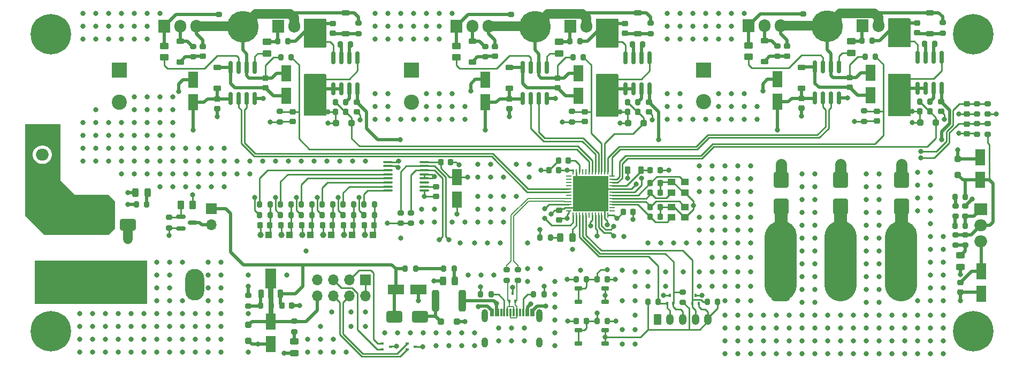
<source format=gbr>
%TF.GenerationSoftware,KiCad,Pcbnew,9.0.2*%
%TF.CreationDate,2025-05-19T15:54:50+02:00*%
%TF.ProjectId,ESC-TFG-KiCad,4553432d-5446-4472-9d4b-694361642e6b,v1.0*%
%TF.SameCoordinates,Original*%
%TF.FileFunction,Copper,L1,Top*%
%TF.FilePolarity,Positive*%
%FSLAX46Y46*%
G04 Gerber Fmt 4.6, Leading zero omitted, Abs format (unit mm)*
G04 Created by KiCad (PCBNEW 9.0.2) date 2025-05-19 15:54:50*
%MOMM*%
%LPD*%
G01*
G04 APERTURE LIST*
G04 Aperture macros list*
%AMRoundRect*
0 Rectangle with rounded corners*
0 $1 Rounding radius*
0 $2 $3 $4 $5 $6 $7 $8 $9 X,Y pos of 4 corners*
0 Add a 4 corners polygon primitive as box body*
4,1,4,$2,$3,$4,$5,$6,$7,$8,$9,$2,$3,0*
0 Add four circle primitives for the rounded corners*
1,1,$1+$1,$2,$3*
1,1,$1+$1,$4,$5*
1,1,$1+$1,$6,$7*
1,1,$1+$1,$8,$9*
0 Add four rect primitives between the rounded corners*
20,1,$1+$1,$2,$3,$4,$5,0*
20,1,$1+$1,$4,$5,$6,$7,0*
20,1,$1+$1,$6,$7,$8,$9,0*
20,1,$1+$1,$8,$9,$2,$3,0*%
%AMFreePoly0*
4,1,9,3.862500,-0.866500,0.737500,-0.866500,0.737500,-0.450000,-0.737500,-0.450000,-0.737500,0.450000,0.737500,0.450000,0.737500,0.866500,3.862500,0.866500,3.862500,-0.866500,3.862500,-0.866500,$1*%
G04 Aperture macros list end*
%TA.AperFunction,SMDPad,CuDef*%
%ADD10RoundRect,0.225000X0.250000X-0.225000X0.250000X0.225000X-0.250000X0.225000X-0.250000X-0.225000X0*%
%TD*%
%TA.AperFunction,SMDPad,CuDef*%
%ADD11RoundRect,0.200000X0.200000X0.275000X-0.200000X0.275000X-0.200000X-0.275000X0.200000X-0.275000X0*%
%TD*%
%TA.AperFunction,SMDPad,CuDef*%
%ADD12RoundRect,0.225000X-0.250000X0.225000X-0.250000X-0.225000X0.250000X-0.225000X0.250000X0.225000X0*%
%TD*%
%TA.AperFunction,ComponentPad*%
%ADD13C,2.900000*%
%TD*%
%TA.AperFunction,ConnectorPad*%
%ADD14C,5.000000*%
%TD*%
%TA.AperFunction,SMDPad,CuDef*%
%ADD15RoundRect,0.200000X-0.200000X-0.275000X0.200000X-0.275000X0.200000X0.275000X-0.200000X0.275000X0*%
%TD*%
%TA.AperFunction,SMDPad,CuDef*%
%ADD16RoundRect,0.225000X-0.225000X-0.250000X0.225000X-0.250000X0.225000X0.250000X-0.225000X0.250000X0*%
%TD*%
%TA.AperFunction,SMDPad,CuDef*%
%ADD17RoundRect,0.200000X0.275000X-0.200000X0.275000X0.200000X-0.275000X0.200000X-0.275000X-0.200000X0*%
%TD*%
%TA.AperFunction,SMDPad,CuDef*%
%ADD18RoundRect,0.243750X0.456250X-0.243750X0.456250X0.243750X-0.456250X0.243750X-0.456250X-0.243750X0*%
%TD*%
%TA.AperFunction,SMDPad,CuDef*%
%ADD19RoundRect,0.250000X0.450000X-0.262500X0.450000X0.262500X-0.450000X0.262500X-0.450000X-0.262500X0*%
%TD*%
%TA.AperFunction,ComponentPad*%
%ADD20R,1.000000X1.000000*%
%TD*%
%TA.AperFunction,ComponentPad*%
%ADD21C,1.000000*%
%TD*%
%TA.AperFunction,SMDPad,CuDef*%
%ADD22RoundRect,0.243750X-0.243750X-0.456250X0.243750X-0.456250X0.243750X0.456250X-0.243750X0.456250X0*%
%TD*%
%TA.AperFunction,SMDPad,CuDef*%
%ADD23RoundRect,0.097500X-0.502500X-0.227500X0.502500X-0.227500X0.502500X0.227500X-0.502500X0.227500X0*%
%TD*%
%TA.AperFunction,SMDPad,CuDef*%
%ADD24RoundRect,0.225000X0.225000X-0.425000X0.225000X0.425000X-0.225000X0.425000X-0.225000X-0.425000X0*%
%TD*%
%TA.AperFunction,SMDPad,CuDef*%
%ADD25FreePoly0,90.000000*%
%TD*%
%TA.AperFunction,SMDPad,CuDef*%
%ADD26RoundRect,0.250000X0.550000X-1.050000X0.550000X1.050000X-0.550000X1.050000X-0.550000X-1.050000X0*%
%TD*%
%TA.AperFunction,ComponentPad*%
%ADD27R,1.700000X1.700000*%
%TD*%
%TA.AperFunction,ComponentPad*%
%ADD28O,1.700000X1.700000*%
%TD*%
%TA.AperFunction,SMDPad,CuDef*%
%ADD29RoundRect,0.218750X0.218750X0.381250X-0.218750X0.381250X-0.218750X-0.381250X0.218750X-0.381250X0*%
%TD*%
%TA.AperFunction,SMDPad,CuDef*%
%ADD30RoundRect,0.200000X-0.275000X0.200000X-0.275000X-0.200000X0.275000X-0.200000X0.275000X0.200000X0*%
%TD*%
%TA.AperFunction,ComponentPad*%
%ADD31R,2.000000X1.905000*%
%TD*%
%TA.AperFunction,ComponentPad*%
%ADD32O,2.000000X1.905000*%
%TD*%
%TA.AperFunction,SMDPad,CuDef*%
%ADD33RoundRect,0.250000X-0.250000X0.250000X-0.250000X-0.250000X0.250000X-0.250000X0.250000X0.250000X0*%
%TD*%
%TA.AperFunction,SMDPad,CuDef*%
%ADD34RoundRect,0.062500X0.375000X0.062500X-0.375000X0.062500X-0.375000X-0.062500X0.375000X-0.062500X0*%
%TD*%
%TA.AperFunction,SMDPad,CuDef*%
%ADD35RoundRect,0.062500X0.062500X0.375000X-0.062500X0.375000X-0.062500X-0.375000X0.062500X-0.375000X0*%
%TD*%
%TA.AperFunction,HeatsinkPad*%
%ADD36R,5.600000X5.600000*%
%TD*%
%TA.AperFunction,SMDPad,CuDef*%
%ADD37RoundRect,0.225000X0.375000X-0.225000X0.375000X0.225000X-0.375000X0.225000X-0.375000X-0.225000X0*%
%TD*%
%TA.AperFunction,SMDPad,CuDef*%
%ADD38RoundRect,0.100000X-0.637500X-0.100000X0.637500X-0.100000X0.637500X0.100000X-0.637500X0.100000X0*%
%TD*%
%TA.AperFunction,ComponentPad*%
%ADD39R,1.905000X2.000000*%
%TD*%
%TA.AperFunction,ComponentPad*%
%ADD40O,1.905000X2.000000*%
%TD*%
%TA.AperFunction,SMDPad,CuDef*%
%ADD41RoundRect,0.243750X0.243750X0.456250X-0.243750X0.456250X-0.243750X-0.456250X0.243750X-0.456250X0*%
%TD*%
%TA.AperFunction,SMDPad,CuDef*%
%ADD42RoundRect,0.250000X-0.550000X1.050000X-0.550000X-1.050000X0.550000X-1.050000X0.550000X1.050000X0*%
%TD*%
%TA.AperFunction,ComponentPad*%
%ADD43C,0.800000*%
%TD*%
%TA.AperFunction,ComponentPad*%
%ADD44C,6.400000*%
%TD*%
%TA.AperFunction,SMDPad,CuDef*%
%ADD45RoundRect,0.250000X-0.250000X-0.250000X0.250000X-0.250000X0.250000X0.250000X-0.250000X0.250000X0*%
%TD*%
%TA.AperFunction,SMDPad,CuDef*%
%ADD46RoundRect,0.250000X0.312500X1.450000X-0.312500X1.450000X-0.312500X-1.450000X0.312500X-1.450000X0*%
%TD*%
%TA.AperFunction,SMDPad,CuDef*%
%ADD47R,0.300000X1.150000*%
%TD*%
%TA.AperFunction,HeatsinkPad*%
%ADD48O,1.000000X2.100000*%
%TD*%
%TA.AperFunction,HeatsinkPad*%
%ADD49O,1.000000X1.600000*%
%TD*%
%TA.AperFunction,SMDPad,CuDef*%
%ADD50RoundRect,0.225000X0.225000X0.250000X-0.225000X0.250000X-0.225000X-0.250000X0.225000X-0.250000X0*%
%TD*%
%TA.AperFunction,SMDPad,CuDef*%
%ADD51R,1.300000X1.100000*%
%TD*%
%TA.AperFunction,SMDPad,CuDef*%
%ADD52RoundRect,0.100000X0.155000X0.100000X-0.155000X0.100000X-0.155000X-0.100000X0.155000X-0.100000X0*%
%TD*%
%TA.AperFunction,SMDPad,CuDef*%
%ADD53RoundRect,0.150000X-0.587500X-0.150000X0.587500X-0.150000X0.587500X0.150000X-0.587500X0.150000X0*%
%TD*%
%TA.AperFunction,ComponentPad*%
%ADD54R,2.400000X2.400000*%
%TD*%
%TA.AperFunction,ComponentPad*%
%ADD55C,2.400000*%
%TD*%
%TA.AperFunction,SMDPad,CuDef*%
%ADD56RoundRect,0.250000X-0.450000X0.262500X-0.450000X-0.262500X0.450000X-0.262500X0.450000X0.262500X0*%
%TD*%
%TA.AperFunction,SMDPad,CuDef*%
%ADD57RoundRect,0.150000X0.150000X-0.825000X0.150000X0.825000X-0.150000X0.825000X-0.150000X-0.825000X0*%
%TD*%
%TA.AperFunction,SMDPad,CuDef*%
%ADD58RoundRect,0.225000X-0.375000X0.225000X-0.375000X-0.225000X0.375000X-0.225000X0.375000X0.225000X0*%
%TD*%
%TA.AperFunction,SMDPad,CuDef*%
%ADD59RoundRect,0.250000X-0.900000X1.000000X-0.900000X-1.000000X0.900000X-1.000000X0.900000X1.000000X0*%
%TD*%
%TA.AperFunction,ComponentPad*%
%ADD60RoundRect,0.250000X-0.350000X-0.625000X0.350000X-0.625000X0.350000X0.625000X-0.350000X0.625000X0*%
%TD*%
%TA.AperFunction,ComponentPad*%
%ADD61O,1.200000X1.750000*%
%TD*%
%TA.AperFunction,SMDPad,CuDef*%
%ADD62RoundRect,0.250000X-1.425000X0.362500X-1.425000X-0.362500X1.425000X-0.362500X1.425000X0.362500X0*%
%TD*%
%TA.AperFunction,SMDPad,CuDef*%
%ADD63RoundRect,0.250000X0.262500X0.450000X-0.262500X0.450000X-0.262500X-0.450000X0.262500X-0.450000X0*%
%TD*%
%TA.AperFunction,ComponentPad*%
%ADD64RoundRect,0.500000X-1.000000X-2.000000X1.000000X-2.000000X1.000000X2.000000X-1.000000X2.000000X0*%
%TD*%
%TA.AperFunction,ComponentPad*%
%ADD65O,3.000000X5.000000*%
%TD*%
%TA.AperFunction,SMDPad,CuDef*%
%ADD66RoundRect,0.250000X-1.000000X-0.650000X1.000000X-0.650000X1.000000X0.650000X-1.000000X0.650000X0*%
%TD*%
%TA.AperFunction,SMDPad,CuDef*%
%ADD67RoundRect,0.250000X0.250000X0.250000X-0.250000X0.250000X-0.250000X-0.250000X0.250000X-0.250000X0*%
%TD*%
%TA.AperFunction,SMDPad,CuDef*%
%ADD68RoundRect,0.100000X-0.100000X0.155000X-0.100000X-0.155000X0.100000X-0.155000X0.100000X0.155000X0*%
%TD*%
%TA.AperFunction,SMDPad,CuDef*%
%ADD69RoundRect,0.150000X-0.150000X0.825000X-0.150000X-0.825000X0.150000X-0.825000X0.150000X0.825000X0*%
%TD*%
%TA.AperFunction,ComponentPad*%
%ADD70C,3.000000*%
%TD*%
%TA.AperFunction,SMDPad,CuDef*%
%ADD71RoundRect,0.250000X0.250000X-0.250000X0.250000X0.250000X-0.250000X0.250000X-0.250000X-0.250000X0*%
%TD*%
%TA.AperFunction,SMDPad,CuDef*%
%ADD72RoundRect,0.250000X-1.050000X-0.550000X1.050000X-0.550000X1.050000X0.550000X-1.050000X0.550000X0*%
%TD*%
%TA.AperFunction,SMDPad,CuDef*%
%ADD73RoundRect,0.250000X1.000000X0.650000X-1.000000X0.650000X-1.000000X-0.650000X1.000000X-0.650000X0*%
%TD*%
%TA.AperFunction,ViaPad*%
%ADD74C,0.800000*%
%TD*%
%TA.AperFunction,Conductor*%
%ADD75C,0.250000*%
%TD*%
%TA.AperFunction,Conductor*%
%ADD76C,1.524000*%
%TD*%
%TA.AperFunction,Conductor*%
%ADD77C,0.254000*%
%TD*%
%TA.AperFunction,Conductor*%
%ADD78C,0.508000*%
%TD*%
%TA.AperFunction,Conductor*%
%ADD79C,1.778000*%
%TD*%
%TA.AperFunction,Conductor*%
%ADD80C,0.762000*%
%TD*%
%TA.AperFunction,Conductor*%
%ADD81C,0.200000*%
%TD*%
%TA.AperFunction,Conductor*%
%ADD82C,2.540000*%
%TD*%
%TA.AperFunction,Conductor*%
%ADD83C,5.080000*%
%TD*%
%TA.AperFunction,Conductor*%
%ADD84C,2.032000*%
%TD*%
G04 APERTURE END LIST*
D10*
%TO.P,C7,1*%
%TO.N,+3V3*%
X151806000Y-97912000D03*
%TO.P,C7,2*%
%TO.N,GND*%
X151806000Y-96362000D03*
%TD*%
D11*
%TO.P,R41,1*%
%TO.N,Net-(R41-Pad1)*%
X118024000Y-79229000D03*
%TO.P,R41,2*%
%TO.N,/PB0*%
X116374000Y-79229000D03*
%TD*%
%TO.P,R12,1*%
%TO.N,/PB3*%
X167478800Y-110855000D03*
%TO.P,R12,2*%
%TO.N,+3V3*%
X165828800Y-110855000D03*
%TD*%
D12*
%TO.P,C41,1*%
%TO.N,+3V3*%
X165967000Y-79216000D03*
%TO.P,C41,2*%
%TO.N,GND*%
X165967000Y-80766000D03*
%TD*%
D13*
%TO.P,J8,1,Pin_1*%
%TO.N,Net-(D19-A2)*%
X205973000Y-100504000D03*
D14*
X205973000Y-100504000D03*
%TD*%
D12*
%TO.P,C51,1*%
%TO.N,+3V3*%
X212195000Y-79160000D03*
%TO.P,C51,2*%
%TO.N,GND*%
X212195000Y-80710000D03*
%TD*%
D15*
%TO.P,R70,1*%
%TO.N,/Sensores/S3*%
X110976980Y-95424000D03*
%TO.P,R70,2*%
%TO.N,/Sensores/T3*%
X112626980Y-95424000D03*
%TD*%
D16*
%TO.P,C16,1*%
%TO.N,+3V3*%
X133062000Y-88693000D03*
%TO.P,C16,2*%
%TO.N,GND*%
X134612000Y-88693000D03*
%TD*%
D17*
%TO.P,R23,1*%
%TO.N,GND*%
X90055000Y-99109000D03*
%TO.P,R23,2*%
%TO.N,Net-(Q1-G)*%
X90055000Y-97459000D03*
%TD*%
D18*
%TO.P,D8,1,K*%
%TO.N,GND*%
X109834000Y-118967500D03*
%TO.P,D8,2,A*%
%TO.N,Net-(D8-A)*%
X109834000Y-117092500D03*
%TD*%
D19*
%TO.P,R54,1*%
%TO.N,Net-(U9-HO)*%
X181715000Y-72084501D03*
%TO.P,R54,2*%
%TO.N,Net-(Q6-G)*%
X181715000Y-70259501D03*
%TD*%
D20*
%TO.P,TH5,1*%
%TO.N,/Sensores/T5*%
X119040980Y-100250000D03*
D21*
%TO.P,TH5,2*%
%TO.N,GND*%
X117770980Y-100250000D03*
%TD*%
D22*
%TO.P,D15,1,K*%
%TO.N,GND*%
X84766500Y-93519000D03*
%TO.P,D15,2,A*%
%TO.N,Net-(D15-A)*%
X86641500Y-93519000D03*
%TD*%
D11*
%TO.P,R3,1*%
%TO.N,+12V*%
X216069000Y-94198000D03*
%TO.P,R3,2*%
%TO.N,Net-(R3-Pad2)*%
X214419000Y-94198000D03*
%TD*%
D23*
%TO.P,SW2,1,A*%
%TO.N,GND*%
X159101000Y-110850000D03*
X159101000Y-108700000D03*
%TO.P,SW2,2,B*%
%TO.N,/NRST*%
X154801000Y-110850000D03*
X154801000Y-108700000D03*
%TD*%
D24*
%TO.P,U1,1,ADJ*%
%TO.N,/V_DIV_3*%
X104651000Y-109566000D03*
D25*
%TO.P,U1,2,VO*%
%TO.N,+3V3*%
X106151000Y-109478500D03*
D24*
%TO.P,U1,3,VI*%
%TO.N,+5V*%
X107651000Y-109566000D03*
%TD*%
D26*
%TO.P,C23,1*%
%TO.N,+12V*%
X93831000Y-79251000D03*
%TO.P,C23,2*%
%TO.N,GND*%
X93831000Y-75651000D03*
%TD*%
D27*
%TO.P,L2,1,1*%
%TO.N,+5V*%
X96774250Y-96059000D03*
D28*
%TO.P,L2,2,2*%
%TO.N,Net-(Q1-D)*%
X96774250Y-98599000D03*
%TD*%
D29*
%TO.P,L1,1,1*%
%TO.N,VDDA*%
X164744500Y-89963000D03*
%TO.P,L1,2,2*%
%TO.N,+3V3*%
X162619500Y-89963000D03*
%TD*%
D11*
%TO.P,R63,1*%
%TO.N,Net-(R63-Pad1)*%
X210480000Y-79173000D03*
%TO.P,R63,2*%
%TO.N,/PA0*%
X208830000Y-79173000D03*
%TD*%
D30*
%TO.P,R24,1*%
%TO.N,+3V3*%
X109834000Y-113903000D03*
%TO.P,R24,2*%
%TO.N,Net-(D8-A)*%
X109834000Y-115553000D03*
%TD*%
D26*
%TO.P,C47,1*%
%TO.N,/Medio-Puente-W/VB*%
X201019000Y-78179000D03*
%TO.P,C47,2*%
%TO.N,/Medio-Puente-W/PHASE_OUT*%
X201019000Y-74579000D03*
%TD*%
D11*
%TO.P,R48,1*%
%TO.N,/Medio-Puente-V/Shunt*%
X155108000Y-69577001D03*
%TO.P,R48,2*%
%TO.N,Net-(Q5-G)*%
X153458000Y-69577001D03*
%TD*%
D31*
%TO.P,U2,1,ADJ*%
%TO.N,/V_DIV_12*%
X218490000Y-96208000D03*
D32*
%TO.P,U2,2,VO*%
%TO.N,+12V*%
X218490000Y-98748000D03*
%TO.P,U2,3,VI*%
%TO.N,+24V*%
X218490000Y-101288000D03*
%TD*%
D33*
%TO.P,D2,1,A1*%
%TO.N,GND*%
X214863000Y-88249000D03*
%TO.P,D2,2,A2*%
%TO.N,+12V*%
X214863000Y-90749000D03*
%TD*%
D34*
%TO.P,U3,1,VBAT*%
%TO.N,unconnected-(U3-VBAT-Pad1)*%
X160196500Y-96458000D03*
%TO.P,U3,2,PC13*%
%TO.N,/PC13*%
X160196500Y-95958000D03*
%TO.P,U3,3,PC14*%
%TO.N,/LSE_1*%
X160196500Y-95458000D03*
%TO.P,U3,4,PC15*%
%TO.N,/LSE_2*%
X160196500Y-94958000D03*
%TO.P,U3,5,PH0*%
%TO.N,/HSE_1*%
X160196500Y-94458000D03*
%TO.P,U3,6,PH1*%
%TO.N,/HSE_2*%
X160196500Y-93958000D03*
%TO.P,U3,7,NRST*%
%TO.N,/NRST*%
X160196500Y-93458000D03*
%TO.P,U3,8,VSSA*%
%TO.N,GND*%
X160196500Y-92958000D03*
%TO.P,U3,9,VDDA*%
%TO.N,VDDA*%
X160196500Y-92458000D03*
%TO.P,U3,10,PA0*%
%TO.N,/PA0*%
X160196500Y-91958000D03*
%TO.P,U3,11,PA1*%
%TO.N,/PA1*%
X160196500Y-91458000D03*
%TO.P,U3,12,PA2*%
%TO.N,/PA2*%
X160196500Y-90958000D03*
D35*
%TO.P,U3,13,PA3*%
%TO.N,/PA3*%
X159509000Y-90270500D03*
%TO.P,U3,14,PA4*%
%TO.N,/PA4*%
X159009000Y-90270500D03*
%TO.P,U3,15,PA5*%
%TO.N,/PA5*%
X158509000Y-90270500D03*
%TO.P,U3,16,PA6*%
%TO.N,/PA6*%
X158009000Y-90270500D03*
%TO.P,U3,17,PA7*%
%TO.N,/PA7*%
X157509000Y-90270500D03*
%TO.P,U3,18,PB0*%
%TO.N,/PB0*%
X157009000Y-90270500D03*
%TO.P,U3,19,PB1*%
%TO.N,/PB1*%
X156509000Y-90270500D03*
%TO.P,U3,20,PB2*%
%TO.N,/PB2*%
X156009000Y-90270500D03*
%TO.P,U3,21,PB10*%
%TO.N,/PB10*%
X155509000Y-90270500D03*
%TO.P,U3,22,VCAP1*%
%TO.N,/VCAP1*%
X155009000Y-90270500D03*
%TO.P,U3,23,VSS*%
%TO.N,GND*%
X154509000Y-90270500D03*
%TO.P,U3,24,VDD*%
%TO.N,+3V3*%
X154009000Y-90270500D03*
D34*
%TO.P,U3,25,PB12*%
%TO.N,/PB12*%
X153321500Y-90958000D03*
%TO.P,U3,26,PB13*%
%TO.N,/PB13*%
X153321500Y-91458000D03*
%TO.P,U3,27,PB14*%
%TO.N,/PB14*%
X153321500Y-91958000D03*
%TO.P,U3,28,PB15*%
%TO.N,/PB15*%
X153321500Y-92458000D03*
%TO.P,U3,29,PA8*%
%TO.N,/PA8*%
X153321500Y-92958000D03*
%TO.P,U3,30,PA9*%
%TO.N,/PA9*%
X153321500Y-93458000D03*
%TO.P,U3,31,PA10*%
%TO.N,/PA10*%
X153321500Y-93958000D03*
%TO.P,U3,32,PA11*%
%TO.N,/USB_N*%
X153321500Y-94458000D03*
%TO.P,U3,33,PA12*%
%TO.N,/USB_P*%
X153321500Y-94958000D03*
%TO.P,U3,34,PA13*%
%TO.N,/SWDIO*%
X153321500Y-95458000D03*
%TO.P,U3,35,VSS*%
%TO.N,GND*%
X153321500Y-95958000D03*
%TO.P,U3,36,VDD*%
%TO.N,+3V3*%
X153321500Y-96458000D03*
D35*
%TO.P,U3,37,PA14*%
%TO.N,/SWSCK*%
X154009000Y-97145500D03*
%TO.P,U3,38,PA15*%
%TO.N,/PA15*%
X154509000Y-97145500D03*
%TO.P,U3,39,PB3*%
%TO.N,/PB3*%
X155009000Y-97145500D03*
%TO.P,U3,40,PB4*%
%TO.N,/PB4*%
X155509000Y-97145500D03*
%TO.P,U3,41,PB5*%
%TO.N,/PB5*%
X156009000Y-97145500D03*
%TO.P,U3,42,PB6*%
%TO.N,/PB6*%
X156509000Y-97145500D03*
%TO.P,U3,43,PB7*%
%TO.N,/PB7*%
X157009000Y-97145500D03*
%TO.P,U3,44,BOOT0*%
%TO.N,/BOOT0*%
X157509000Y-97145500D03*
%TO.P,U3,45,PB8*%
%TO.N,/I2C_SCL*%
X158009000Y-97145500D03*
%TO.P,U3,46,PB9*%
%TO.N,/I2C_SDA*%
X158509000Y-97145500D03*
%TO.P,U3,47,VSS*%
%TO.N,GND*%
X159009000Y-97145500D03*
%TO.P,U3,48,VDD*%
%TO.N,+3V3*%
X159509000Y-97145500D03*
D36*
%TO.P,U3,49,VSS*%
%TO.N,GND*%
X156759000Y-93708000D03*
%TD*%
D37*
%TO.P,D28,1,K*%
%TO.N,Net-(D28-K)*%
X184255000Y-72822001D03*
%TO.P,D28,2,A*%
%TO.N,+24V*%
X184255000Y-69522001D03*
%TD*%
D38*
%TO.P,U4,1,CH0*%
%TO.N,/Sensores/24V_SENS*%
X124685000Y-88704000D03*
%TO.P,U4,2,CH1*%
%TO.N,/Sensores/12V_SENS*%
X124685000Y-89354000D03*
%TO.P,U4,3,CH2*%
%TO.N,/Sensores/S1*%
X124685000Y-90004000D03*
%TO.P,U4,4,CH3*%
%TO.N,/Sensores/S2*%
X124685000Y-90654000D03*
%TO.P,U4,5,CH4*%
%TO.N,/Sensores/S3*%
X124685000Y-91304000D03*
%TO.P,U4,6,CH5*%
%TO.N,/Sensores/S4*%
X124685000Y-91954000D03*
%TO.P,U4,7,CH6*%
%TO.N,/Sensores/S5*%
X124685000Y-92604000D03*
%TO.P,U4,8,CH7*%
%TO.N,/Sensores/S6*%
X124685000Y-93254000D03*
%TO.P,U4,9,GND*%
%TO.N,GND*%
X130410000Y-93254000D03*
%TO.P,U4,10,REFin/REFout*%
%TO.N,Net-(U4-REFin{slash}REFout)*%
X130410000Y-92604000D03*
%TO.P,U4,11,COM*%
%TO.N,unconnected-(U4-COM-Pad11)*%
X130410000Y-91954000D03*
%TO.P,U4,12,A0*%
%TO.N,GND*%
X130410000Y-91304000D03*
%TO.P,U4,13,A1*%
X130410000Y-90654000D03*
%TO.P,U4,14,SCL*%
%TO.N,/I2C_SCL*%
X130410000Y-90004000D03*
%TO.P,U4,15,SDA*%
%TO.N,/I2C_SDA*%
X130410000Y-89354000D03*
%TO.P,U4,16,VDD*%
%TO.N,+3V3*%
X130410000Y-88704000D03*
%TD*%
D17*
%TO.P,R49,1*%
%TO.N,GND*%
X153775000Y-82340000D03*
%TO.P,R49,2*%
%TO.N,/PA5*%
X153775000Y-80690000D03*
%TD*%
D15*
%TO.P,R30,1*%
%TO.N,Net-(R29-Pad2)*%
X133520000Y-105584000D03*
%TO.P,R30,2*%
%TO.N,Net-(D16-A)*%
X135170000Y-105584000D03*
%TD*%
D13*
%TO.P,J7,1,Pin_1*%
%TO.N,/Medio-Puente-W/PHASE_OUT*%
X194161000Y-67235001D03*
D14*
X194161000Y-67235001D03*
%TD*%
D17*
%TO.P,R42,1*%
%TO.N,Net-(D23-K)*%
X140059000Y-72053001D03*
%TO.P,R42,2*%
%TO.N,+24V*%
X140059000Y-70403001D03*
%TD*%
%TO.P,R47,1*%
%TO.N,Net-(D25-K)*%
X166221000Y-68370001D03*
%TO.P,R47,2*%
%TO.N,/Medio-Puente-V/PHASE_OUT*%
X166221000Y-66720001D03*
%TD*%
D20*
%TO.P,TH1,1*%
%TO.N,/Sensores/T1*%
X105832980Y-100250000D03*
D21*
%TO.P,TH1,2*%
%TO.N,GND*%
X104562980Y-100250000D03*
%TD*%
D37*
%TO.P,D25,1,K*%
%TO.N,Net-(D25-K)*%
X164189000Y-68433001D03*
%TO.P,D25,2,A*%
%TO.N,/Medio-Puente-V/PHASE_OUT*%
X164189000Y-65133001D03*
%TD*%
D12*
%TO.P,C24,1*%
%TO.N,+12V*%
X97641000Y-78708000D03*
%TO.P,C24,2*%
%TO.N,GND*%
X97641000Y-80258000D03*
%TD*%
D39*
%TO.P,Q4,1,G*%
%TO.N,Net-(Q4-G)*%
X135487000Y-67220000D03*
D40*
%TO.P,Q4,2,D*%
%TO.N,+24V*%
X138027000Y-67220000D03*
%TO.P,Q4,3,S*%
%TO.N,/Medio-Puente-V/PHASE_OUT*%
X140567000Y-67220000D03*
%TD*%
D30*
%TO.P,R7,1*%
%TO.N,GND*%
X216006000Y-95659000D03*
%TO.P,R7,2*%
%TO.N,/V_DIV_12*%
X216006000Y-97309000D03*
%TD*%
D41*
%TO.P,D9,1,K*%
%TO.N,/PA15*%
X153867000Y-100628000D03*
%TO.P,D9,2,A*%
%TO.N,Net-(D9-A)*%
X151992000Y-100628000D03*
%TD*%
D42*
%TO.P,C2,1*%
%TO.N,+3V3*%
X106151000Y-113944000D03*
%TO.P,C2,2*%
%TO.N,GND*%
X106151000Y-117544000D03*
%TD*%
D10*
%TO.P,C26,1*%
%TO.N,Net-(D18-K)*%
X95355000Y-72003000D03*
%TO.P,C26,2*%
%TO.N,/Medio-Puente-U/PHASE_OUT*%
X95355000Y-70453000D03*
%TD*%
D30*
%TO.P,R18,1*%
%TO.N,/Sensores/24V_SENS*%
X219562000Y-79486000D03*
%TO.P,R18,2*%
%TO.N,+24V*%
X219562000Y-81136000D03*
%TD*%
D11*
%TO.P,R52,1*%
%TO.N,Net-(R52-Pad1)*%
X164252000Y-79229000D03*
%TO.P,R52,2*%
%TO.N,/PA4*%
X162602000Y-79229000D03*
%TD*%
D43*
%TO.P,H1,1,1*%
%TO.N,GND*%
X68953000Y-115490000D03*
X69655944Y-113792944D03*
X69655944Y-117187056D03*
X71353000Y-113090000D03*
D44*
X71353000Y-115490000D03*
D43*
X71353000Y-117890000D03*
X73050056Y-113792944D03*
X73050056Y-117187056D03*
X73753000Y-115490000D03*
%TD*%
D45*
%TO.P,D26,1,A1*%
%TO.N,GND*%
X162685000Y-82531000D03*
%TO.P,D26,2,A2*%
%TO.N,/PA4*%
X165185000Y-82531000D03*
%TD*%
D11*
%TO.P,R69,1*%
%TO.N,/Sensores/T4*%
X115928980Y-97075000D03*
%TO.P,R69,2*%
%TO.N,+3V3*%
X114278980Y-97075000D03*
%TD*%
D46*
%TO.P,F1,1*%
%TO.N,VDC*%
X136482500Y-110664000D03*
%TO.P,F1,2*%
%TO.N,/5V fused*%
X132207500Y-110664000D03*
%TD*%
D12*
%TO.P,C3,1*%
%TO.N,+24V*%
X215244000Y-107774000D03*
%TO.P,C3,2*%
%TO.N,GND*%
X215244000Y-109324000D03*
%TD*%
D20*
%TO.P,TH4,1*%
%TO.N,/Sensores/T4*%
X115738980Y-100250000D03*
D21*
%TO.P,TH4,2*%
%TO.N,GND*%
X114468980Y-100250000D03*
%TD*%
D47*
%TO.P,J2,A1,GND*%
%TO.N,GND*%
X141003000Y-112486000D03*
%TO.P,J2,A4,VBUS*%
%TO.N,VDC*%
X141803000Y-112486000D03*
%TO.P,J2,A5,CC1*%
%TO.N,/USB_CC1*%
X143103000Y-112486000D03*
%TO.P,J2,A6,D+*%
%TO.N,/USB_R_P*%
X144103000Y-112486000D03*
%TO.P,J2,A7,D-*%
%TO.N,/USB_R_N*%
X144603000Y-112486000D03*
%TO.P,J2,A8,SBU1*%
%TO.N,unconnected-(J2-SBU1-PadA8)*%
X145603000Y-112486000D03*
%TO.P,J2,A9,VBUS*%
%TO.N,VDC*%
X146903000Y-112486000D03*
%TO.P,J2,A12,GND*%
%TO.N,GND*%
X147703000Y-112486000D03*
%TO.P,J2,B1,GND*%
X147403000Y-112486000D03*
%TO.P,J2,B4,VBUS*%
%TO.N,VDC*%
X146603000Y-112486000D03*
%TO.P,J2,B5,CC2*%
%TO.N,/USB_CC2*%
X146103000Y-112486000D03*
%TO.P,J2,B6,D+*%
%TO.N,/USB_R_P*%
X145103000Y-112486000D03*
%TO.P,J2,B7,D-*%
%TO.N,/USB_R_N*%
X143603000Y-112486000D03*
%TO.P,J2,B8,SBU2*%
%TO.N,unconnected-(J2-SBU2-PadB8)*%
X142603000Y-112486000D03*
%TO.P,J2,B9,VBUS*%
%TO.N,VDC*%
X142103000Y-112486000D03*
%TO.P,J2,B12,GND*%
%TO.N,GND*%
X141303000Y-112486000D03*
D48*
%TO.P,J2,S1,SHIELD*%
%TO.N,unconnected-(J2-SHIELD-PadS1)_1*%
X140033000Y-113051000D03*
D49*
%TO.N,unconnected-(J2-SHIELD-PadS1)_2*%
X140033000Y-117231000D03*
D48*
%TO.N,unconnected-(J2-SHIELD-PadS1)_3*%
X148673000Y-113051000D03*
D49*
%TO.N,unconnected-(J2-SHIELD-PadS1)*%
X148673000Y-117231000D03*
%TD*%
D11*
%TO.P,R40,1*%
%TO.N,Net-(R40-Pad1)*%
X118786000Y-70085000D03*
%TO.P,R40,2*%
%TO.N,Net-(R40-Pad2)*%
X117136000Y-70085000D03*
%TD*%
%TO.P,R1,1*%
%TO.N,+3V3*%
X106214000Y-111426000D03*
%TO.P,R1,2*%
%TO.N,/V_DIV_3*%
X104564000Y-111426000D03*
%TD*%
D50*
%TO.P,C53,1*%
%TO.N,/Sensores/T1*%
X105972980Y-98726000D03*
%TO.P,C53,2*%
%TO.N,GND*%
X104422980Y-98726000D03*
%TD*%
D39*
%TO.P,Q3,1,G*%
%TO.N,Net-(Q3-G)*%
X107293000Y-67220000D03*
D40*
%TO.P,Q3,2,D*%
%TO.N,/Medio-Puente-U/PHASE_OUT*%
X109833000Y-67220000D03*
%TO.P,Q3,3,S*%
%TO.N,/Medio-Puente-U/Shunt*%
X112373000Y-67220000D03*
%TD*%
D16*
%TO.P,C13,1*%
%TO.N,/HSE_1*%
X166195000Y-93581000D03*
%TO.P,C13,2*%
%TO.N,GND*%
X167745000Y-93581000D03*
%TD*%
%TO.P,C1,1*%
%TO.N,+5V*%
X107916000Y-111426000D03*
%TO.P,C1,2*%
%TO.N,GND*%
X109466000Y-111426000D03*
%TD*%
D11*
%TO.P,R68,1*%
%TO.N,/Sensores/T3*%
X112626980Y-97075000D03*
%TO.P,R68,2*%
%TO.N,+3V3*%
X110976980Y-97075000D03*
%TD*%
D42*
%TO.P,C4,1*%
%TO.N,+24V*%
X218546000Y-105965000D03*
%TO.P,C4,2*%
%TO.N,GND*%
X218546000Y-109565000D03*
%TD*%
D30*
%TO.P,R20,1*%
%TO.N,/I2C_SCL*%
X128372500Y-96758000D03*
%TO.P,R20,2*%
%TO.N,+3V3*%
X128372500Y-98408000D03*
%TD*%
%TO.P,R13,1*%
%TO.N,/PB4*%
X171378200Y-109268000D03*
%TO.P,R13,2*%
%TO.N,+3V3*%
X171378200Y-110918000D03*
%TD*%
D15*
%TO.P,R74,1*%
%TO.N,/Sensores/S5*%
X117580980Y-95424000D03*
%TO.P,R74,2*%
%TO.N,/Sensores/T5*%
X119230980Y-95424000D03*
%TD*%
D16*
%TO.P,C52,1*%
%TO.N,GND*%
X208880000Y-80697000D03*
%TO.P,C52,2*%
%TO.N,/PA0*%
X210430000Y-80697000D03*
%TD*%
D12*
%TO.P,C34,1*%
%TO.N,+12V*%
X143869000Y-78708000D03*
%TO.P,C34,2*%
%TO.N,GND*%
X143869000Y-80258000D03*
%TD*%
D37*
%TO.P,D18,1,K*%
%TO.N,Net-(D18-K)*%
X91799000Y-72878000D03*
%TO.P,D18,2,A*%
%TO.N,+24V*%
X91799000Y-69578000D03*
%TD*%
D10*
%TO.P,C36,1*%
%TO.N,Net-(D23-K)*%
X141583000Y-72003001D03*
%TO.P,C36,2*%
%TO.N,/Medio-Puente-V/PHASE_OUT*%
X141583000Y-70453001D03*
%TD*%
D51*
%TO.P,Y1,1,1*%
%TO.N,/HSE_1*%
X169603000Y-93517000D03*
%TO.P,Y1,2,2*%
%TO.N,GND*%
X171703000Y-93517000D03*
%TO.P,Y1,3,3*%
%TO.N,/HSE_2*%
X171703000Y-91867000D03*
%TO.P,Y1,4,4*%
%TO.N,GND*%
X169603000Y-91867000D03*
%TD*%
D15*
%TO.P,R29,1*%
%TO.N,+5V*%
X127424000Y-105584000D03*
%TO.P,R29,2*%
%TO.N,Net-(R29-Pad2)*%
X129074000Y-105584000D03*
%TD*%
D11*
%TO.P,R73,1*%
%TO.N,/Sensores/T6*%
X122532980Y-97075000D03*
%TO.P,R73,2*%
%TO.N,+3V3*%
X120882980Y-97075000D03*
%TD*%
D13*
%TO.P,J5,1,Pin_1*%
%TO.N,/Medio-Puente-U/PHASE_OUT*%
X101705000Y-67291000D03*
D14*
X101705000Y-67291000D03*
%TD*%
D30*
%TO.P,R21,1*%
%TO.N,/I2C_SDA*%
X126721500Y-96758000D03*
%TO.P,R21,2*%
%TO.N,+3V3*%
X126721500Y-98408000D03*
%TD*%
D52*
%TO.P,D7,1*%
%TO.N,/I2C_SCL*%
X127731000Y-117403000D03*
%TO.P,D7,2*%
%TO.N,/I2C_SDA*%
X127731000Y-118403000D03*
%TO.P,D7,3*%
%TO.N,GND*%
X129021000Y-117903000D03*
%TD*%
D11*
%TO.P,R34,1*%
%TO.N,/PB1*%
X109388000Y-72117000D03*
%TO.P,R34,2*%
%TO.N,/Medio-Puente-U/PHASE_OUT*%
X107738000Y-72117000D03*
%TD*%
D53*
%TO.P,Q1,1,G*%
%TO.N,Net-(Q1-G)*%
X91911500Y-97334000D03*
%TO.P,Q1,2,S*%
%TO.N,GND*%
X91911500Y-99234000D03*
%TO.P,Q1,3,D*%
%TO.N,Net-(Q1-D)*%
X93786500Y-98284000D03*
%TD*%
D11*
%TO.P,R64,1*%
%TO.N,/Sensores/T1*%
X106022980Y-97075000D03*
%TO.P,R64,2*%
%TO.N,+3V3*%
X104372980Y-97075000D03*
%TD*%
%TO.P,R37,1*%
%TO.N,/Medio-Puente-U/Shunt*%
X108880000Y-69577000D03*
%TO.P,R37,2*%
%TO.N,Net-(Q3-G)*%
X107230000Y-69577000D03*
%TD*%
%TO.P,R56,1*%
%TO.N,/PA1*%
X201844000Y-72061001D03*
%TO.P,R56,2*%
%TO.N,/Medio-Puente-W/PHASE_OUT*%
X200194000Y-72061001D03*
%TD*%
D54*
%TO.P,C25,1*%
%TO.N,+24V*%
X82148000Y-74205000D03*
D55*
%TO.P,C25,2*%
%TO.N,GND*%
X82148000Y-79205000D03*
%TD*%
D15*
%TO.P,R14,1*%
%TO.N,/PB5*%
X175226800Y-110855000D03*
%TO.P,R14,2*%
%TO.N,+3V3*%
X176876800Y-110855000D03*
%TD*%
D51*
%TO.P,Y2,1,1*%
%TO.N,/LSE_1*%
X169603000Y-97454000D03*
%TO.P,Y2,2,2*%
%TO.N,GND*%
X171703000Y-97454000D03*
%TO.P,Y2,3,3*%
%TO.N,/LSE_2*%
X171703000Y-95804000D03*
%TO.P,Y2,4,4*%
%TO.N,GND*%
X169603000Y-95804000D03*
%TD*%
D56*
%TO.P,R57,1*%
%TO.N,Net-(Q7-G)*%
X197971000Y-69624501D03*
%TO.P,R57,2*%
%TO.N,Net-(U9-LO)*%
X197971000Y-71449501D03*
%TD*%
D39*
%TO.P,Q7,1,G*%
%TO.N,Net-(Q7-G)*%
X199749000Y-67164001D03*
D40*
%TO.P,Q7,2,D*%
%TO.N,/Medio-Puente-W/PHASE_OUT*%
X202289000Y-67164001D03*
%TO.P,Q7,3,S*%
%TO.N,/Medio-Puente-W/Shunt*%
X204829000Y-67164001D03*
%TD*%
D42*
%TO.P,C17,1*%
%TO.N,+3V3*%
X135615000Y-91084000D03*
%TO.P,C17,2*%
%TO.N,GND*%
X135615000Y-94684000D03*
%TD*%
D10*
%TO.P,C48,1*%
%TO.N,/Medio-Puente-W/VB*%
X197717000Y-76900000D03*
%TO.P,C48,2*%
%TO.N,/Medio-Puente-W/PHASE_OUT*%
X197717000Y-75350000D03*
%TD*%
D43*
%TO.P,H3,1,1*%
%TO.N,GND*%
X214953000Y-68490000D03*
X215655944Y-66792944D03*
X215655944Y-70187056D03*
X217353000Y-66090000D03*
D44*
X217353000Y-68490000D03*
D43*
X217353000Y-70890000D03*
X219050056Y-66792944D03*
X219050056Y-70187056D03*
X219753000Y-68490000D03*
%TD*%
D17*
%TO.P,R55,1*%
%TO.N,/Medio-Puente-W/PHASE_OUT*%
X190351000Y-66917001D03*
%TO.P,R55,2*%
%TO.N,Net-(Q6-G)*%
X190351000Y-65267001D03*
%TD*%
D26*
%TO.P,C27,1*%
%TO.N,/Medio-Puente-U/VB*%
X108563000Y-78235000D03*
%TO.P,C27,2*%
%TO.N,/Medio-Puente-U/PHASE_OUT*%
X108563000Y-74635000D03*
%TD*%
D12*
%TO.P,C12,1*%
%TO.N,/Sensores/12V_SENS*%
X216260000Y-82711000D03*
%TO.P,C12,2*%
%TO.N,GND*%
X216260000Y-84261000D03*
%TD*%
D57*
%TO.P,U5,1,VCC*%
%TO.N,+12V*%
X99800000Y-78656000D03*
%TO.P,U5,2,HIN*%
%TO.N,/PA9*%
X101070000Y-78656000D03*
%TO.P,U5,3,~{LIN}*%
%TO.N,/PA8*%
X102340000Y-78656000D03*
%TO.P,U5,4,COM*%
%TO.N,GND*%
X103610000Y-78656000D03*
%TO.P,U5,5,LO*%
%TO.N,Net-(U5-LO)*%
X103610000Y-73706000D03*
%TO.P,U5,6,VS*%
%TO.N,/Medio-Puente-U/PHASE_OUT*%
X102340000Y-73706000D03*
%TO.P,U5,7,HO*%
%TO.N,Net-(U5-HO)*%
X101070000Y-73706000D03*
%TO.P,U5,8,VB*%
%TO.N,/Medio-Puente-U/VB*%
X99800000Y-73706000D03*
%TD*%
D37*
%TO.P,D23,1,K*%
%TO.N,Net-(D23-K)*%
X138027000Y-72878001D03*
%TO.P,D23,2,A*%
%TO.N,+24V*%
X138027000Y-69578001D03*
%TD*%
D11*
%TO.P,R45,1*%
%TO.N,/PA5*%
X155616000Y-72117001D03*
%TO.P,R45,2*%
%TO.N,/Medio-Puente-V/PHASE_OUT*%
X153966000Y-72117001D03*
%TD*%
D56*
%TO.P,R46,1*%
%TO.N,Net-(Q5-G)*%
X151743000Y-69680501D03*
%TO.P,R46,2*%
%TO.N,Net-(U7-LO)*%
X151743000Y-71505501D03*
%TD*%
D50*
%TO.P,C20,1*%
%TO.N,/VCAP1*%
X153216000Y-88501000D03*
%TO.P,C20,2*%
%TO.N,GND*%
X151666000Y-88501000D03*
%TD*%
D11*
%TO.P,R62,1*%
%TO.N,Net-(R62-Pad1)*%
X211242000Y-70029001D03*
%TO.P,R62,2*%
%TO.N,Net-(R62-Pad2)*%
X209592000Y-70029001D03*
%TD*%
D50*
%TO.P,C9,1*%
%TO.N,+3V3*%
X151692000Y-90025000D03*
%TO.P,C9,2*%
%TO.N,GND*%
X150142000Y-90025000D03*
%TD*%
D17*
%TO.P,R36,1*%
%TO.N,Net-(D20-K)*%
X119993000Y-68370000D03*
%TO.P,R36,2*%
%TO.N,/Medio-Puente-U/PHASE_OUT*%
X119993000Y-66720000D03*
%TD*%
D50*
%TO.P,C54,1*%
%TO.N,/Sensores/T2*%
X109274980Y-98726000D03*
%TO.P,C54,2*%
%TO.N,GND*%
X107724980Y-98726000D03*
%TD*%
D16*
%TO.P,C6,1*%
%TO.N,GND*%
X154525000Y-113839000D03*
%TO.P,C6,2*%
%TO.N,/BOOT0*%
X156075000Y-113839000D03*
%TD*%
D27*
%TO.P,J3,1,Pin_1*%
%TO.N,GND*%
X121153000Y-107340000D03*
D28*
%TO.P,J3,2,Pin_2*%
X121153000Y-109880000D03*
%TO.P,J3,3,Pin_3*%
%TO.N,/SWSCK*%
X118613000Y-107340000D03*
%TO.P,J3,4,Pin_4*%
%TO.N,/I2C_SCL*%
X118613000Y-109880000D03*
%TO.P,J3,5,Pin_5*%
%TO.N,/SWDIO*%
X116073000Y-107340000D03*
%TO.P,J3,6,Pin_6*%
%TO.N,/I2C_SDA*%
X116073000Y-109880000D03*
%TO.P,J3,7,Pin_7*%
%TO.N,+3V3*%
X113533000Y-107340000D03*
%TO.P,J3,8,Pin_8*%
X113533000Y-109880000D03*
%TD*%
D30*
%TO.P,R15,1*%
%TO.N,/Sensores/12V_SENS*%
X217911000Y-82661000D03*
%TO.P,R15,2*%
%TO.N,GND*%
X217911000Y-84311000D03*
%TD*%
D50*
%TO.P,C11,1*%
%TO.N,GND*%
X159377000Y-107235000D03*
%TO.P,C11,2*%
%TO.N,/NRST*%
X157827000Y-107235000D03*
%TD*%
D17*
%TO.P,R53,1*%
%TO.N,Net-(D28-K)*%
X186287000Y-71997001D03*
%TO.P,R53,2*%
%TO.N,+24V*%
X186287000Y-70347001D03*
%TD*%
D20*
%TO.P,TH3,1*%
%TO.N,/Sensores/T3*%
X112436980Y-100250000D03*
D21*
%TO.P,TH3,2*%
%TO.N,GND*%
X111166980Y-100250000D03*
%TD*%
D31*
%TO.P,D12,1,A*%
%TO.N,/24V fused*%
X70012000Y-90090000D03*
D32*
%TO.P,D12,2,K*%
%TO.N,+24V*%
X70012000Y-87550000D03*
%TO.P,D12,3,A*%
%TO.N,/24V fused*%
X70012000Y-85010000D03*
%TD*%
D58*
%TO.P,D22,1,K*%
%TO.N,/Medio-Puente-V/VB*%
X143869000Y-73769000D03*
%TO.P,D22,2,A*%
%TO.N,+12V*%
X143869000Y-77069000D03*
%TD*%
D17*
%TO.P,R60,1*%
%TO.N,GND*%
X200003000Y-82284000D03*
%TO.P,R60,2*%
%TO.N,/PA1*%
X200003000Y-80634000D03*
%TD*%
D23*
%TO.P,SW1,1,A*%
%TO.N,+3V3*%
X159101000Y-117454000D03*
X159101000Y-115304000D03*
%TO.P,SW1,2,B*%
%TO.N,/BOOT0*%
X154801000Y-117454000D03*
X154801000Y-115304000D03*
%TD*%
D30*
%TO.P,R4,1*%
%TO.N,Net-(R3-Pad2)*%
X214482000Y-95659000D03*
%TO.P,R4,2*%
%TO.N,Net-(R4-Pad2)*%
X214482000Y-97309000D03*
%TD*%
D12*
%TO.P,C44,1*%
%TO.N,+12V*%
X190097000Y-78652000D03*
%TO.P,C44,2*%
%TO.N,GND*%
X190097000Y-80202000D03*
%TD*%
D43*
%TO.P,H2,1,1*%
%TO.N,GND*%
X68953000Y-68490000D03*
X69655944Y-66792944D03*
X69655944Y-70187056D03*
X71353000Y-66090000D03*
D44*
X71353000Y-68490000D03*
D43*
X71353000Y-70890000D03*
X73050056Y-66792944D03*
X73050056Y-70187056D03*
X73753000Y-68490000D03*
%TD*%
D59*
%TO.P,D24,1,A1*%
%TO.N,GND*%
X196321000Y-91496000D03*
%TO.P,D24,2,A2*%
%TO.N,Net-(D24-A2)*%
X196321000Y-95796000D03*
%TD*%
D60*
%TO.P,J1,1,Pin_1*%
%TO.N,GND*%
X167353000Y-113640000D03*
D61*
%TO.P,J1,2,Pin_2*%
%TO.N,/PB3*%
X169353000Y-113640000D03*
%TO.P,J1,3,Pin_3*%
%TO.N,/PB4*%
X171353000Y-113640000D03*
%TO.P,J1,4,Pin_4*%
%TO.N,/PB5*%
X173353000Y-113640000D03*
%TO.P,J1,5,Pin_5*%
%TO.N,+3V3*%
X175353000Y-113640000D03*
%TD*%
D17*
%TO.P,R6,1*%
%TO.N,/V_DIV_3*%
X102595000Y-111489000D03*
%TO.P,R6,2*%
%TO.N,GND*%
X102595000Y-109839000D03*
%TD*%
D16*
%TO.P,C19,1*%
%TO.N,/LSE_2*%
X166195000Y-95867000D03*
%TO.P,C19,2*%
%TO.N,GND*%
X167745000Y-95867000D03*
%TD*%
D18*
%TO.P,D10,1,K*%
%TO.N,GND*%
X215244000Y-105295500D03*
%TO.P,D10,2,A*%
%TO.N,Net-(D10-A)*%
X215244000Y-103420500D03*
%TD*%
D37*
%TO.P,D20,1,K*%
%TO.N,Net-(D20-K)*%
X117961000Y-68433000D03*
%TO.P,D20,2,A*%
%TO.N,/Medio-Puente-U/PHASE_OUT*%
X117961000Y-65133000D03*
%TD*%
D50*
%TO.P,C58,1*%
%TO.N,/Sensores/T6*%
X122482980Y-98726000D03*
%TO.P,C58,2*%
%TO.N,GND*%
X120932980Y-98726000D03*
%TD*%
D13*
%TO.P,J6,1,Pin_1*%
%TO.N,/Medio-Puente-V/PHASE_OUT*%
X147933000Y-67291001D03*
D14*
X147933000Y-67291001D03*
%TD*%
D11*
%TO.P,R51,1*%
%TO.N,Net-(R51-Pad1)*%
X165014000Y-70085001D03*
%TO.P,R51,2*%
%TO.N,Net-(R51-Pad2)*%
X163364000Y-70085001D03*
%TD*%
D30*
%TO.P,R27,1*%
%TO.N,+12V*%
X214482000Y-100231000D03*
%TO.P,R27,2*%
%TO.N,Net-(D10-A)*%
X214482000Y-101881000D03*
%TD*%
D12*
%TO.P,C15,1*%
%TO.N,/Sensores/24V_SENS*%
X216260000Y-79536000D03*
%TO.P,C15,2*%
%TO.N,GND*%
X216260000Y-81086000D03*
%TD*%
%TO.P,C39,1*%
%TO.N,/PA5*%
X155807000Y-80740000D03*
%TO.P,C39,2*%
%TO.N,GND*%
X155807000Y-82290000D03*
%TD*%
D16*
%TO.P,C18,1*%
%TO.N,/LSE_1*%
X166195000Y-97391000D03*
%TO.P,C18,2*%
%TO.N,GND*%
X167745000Y-97391000D03*
%TD*%
D26*
%TO.P,C33,1*%
%TO.N,+12V*%
X140059000Y-79251000D03*
%TO.P,C33,2*%
%TO.N,GND*%
X140059000Y-75651000D03*
%TD*%
D12*
%TO.P,C21,1*%
%TO.N,Net-(U4-REFin{slash}REFout)*%
X132313000Y-92617000D03*
%TO.P,C21,2*%
%TO.N,GND*%
X132313000Y-94167000D03*
%TD*%
D17*
%TO.P,R44,1*%
%TO.N,/Medio-Puente-V/PHASE_OUT*%
X144123000Y-66973001D03*
%TO.P,R44,2*%
%TO.N,Net-(Q4-G)*%
X144123000Y-65323001D03*
%TD*%
D62*
%TO.P,R39,1*%
%TO.N,/Medio-Puente-U/Shunt*%
X113135000Y-69662500D03*
%TO.P,R39,2*%
%TO.N,GND*%
X113135000Y-75587500D03*
%TD*%
D11*
%TO.P,R72,1*%
%TO.N,/Sensores/T5*%
X119230980Y-97075000D03*
%TO.P,R72,2*%
%TO.N,+3V3*%
X117580980Y-97075000D03*
%TD*%
D63*
%TO.P,R22,1*%
%TO.N,/PB7*%
X93761500Y-95490000D03*
%TO.P,R22,2*%
%TO.N,Net-(Q1-G)*%
X91936500Y-95490000D03*
%TD*%
D15*
%TO.P,R5,1*%
%TO.N,Net-(R4-Pad2)*%
X214419000Y-98770000D03*
%TO.P,R5,2*%
%TO.N,/V_DIV_12*%
X216069000Y-98770000D03*
%TD*%
D30*
%TO.P,R17,1*%
%TO.N,/USB_P*%
X145292400Y-105775000D03*
%TO.P,R17,2*%
%TO.N,/USB_R_P*%
X145292400Y-107425000D03*
%TD*%
D10*
%TO.P,C30,1*%
%TO.N,Net-(D20-K)*%
X115929000Y-68320000D03*
%TO.P,C30,2*%
%TO.N,/Medio-Puente-U/Shunt*%
X115929000Y-66770000D03*
%TD*%
D12*
%TO.P,C49,1*%
%TO.N,/PA1*%
X202035000Y-80684000D03*
%TO.P,C49,2*%
%TO.N,GND*%
X202035000Y-82234000D03*
%TD*%
D11*
%TO.P,R65,1*%
%TO.N,/Sensores/T2*%
X109324980Y-97075000D03*
%TO.P,R65,2*%
%TO.N,+3V3*%
X107674980Y-97075000D03*
%TD*%
D22*
%TO.P,D16,1,K*%
%TO.N,GND*%
X133407500Y-107489000D03*
%TO.P,D16,2,A*%
%TO.N,Net-(D16-A)*%
X135282500Y-107489000D03*
%TD*%
D15*
%TO.P,R8,1*%
%TO.N,+3V3*%
X154475000Y-107235000D03*
%TO.P,R8,2*%
%TO.N,/NRST*%
X156125000Y-107235000D03*
%TD*%
D64*
%TO.P,J9,1,Pin_1*%
%TO.N,Net-(D29-A2)*%
X186853200Y-108190000D03*
D65*
%TO.P,J9,2,Pin_2*%
%TO.N,Net-(D24-A2)*%
X196353200Y-108190000D03*
%TO.P,J9,3,Pin_3*%
%TO.N,Net-(D19-A2)*%
X205853000Y-108180000D03*
%TD*%
D17*
%TO.P,R31,1*%
%TO.N,Net-(D18-K)*%
X93831000Y-72053000D03*
%TO.P,R31,2*%
%TO.N,+24V*%
X93831000Y-70403000D03*
%TD*%
%TO.P,R19,1*%
%TO.N,GND*%
X217911000Y-81136000D03*
%TO.P,R19,2*%
%TO.N,/Sensores/24V_SENS*%
X217911000Y-79486000D03*
%TD*%
D62*
%TO.P,R61,1*%
%TO.N,/Medio-Puente-W/Shunt*%
X205591000Y-69606501D03*
%TO.P,R61,2*%
%TO.N,GND*%
X205591000Y-75531501D03*
%TD*%
D54*
%TO.P,C45,1*%
%TO.N,+24V*%
X174604000Y-74149000D03*
D55*
%TO.P,C45,2*%
%TO.N,GND*%
X174604000Y-79149000D03*
%TD*%
D50*
%TO.P,C56,1*%
%TO.N,/Sensores/T4*%
X115878980Y-98726000D03*
%TO.P,C56,2*%
%TO.N,GND*%
X114328980Y-98726000D03*
%TD*%
D15*
%TO.P,R66,1*%
%TO.N,/Sensores/S1*%
X104372980Y-95424000D03*
%TO.P,R66,2*%
%TO.N,/Sensores/T1*%
X106022980Y-95424000D03*
%TD*%
D57*
%TO.P,U9,1,VCC*%
%TO.N,+12V*%
X192256000Y-78600000D03*
%TO.P,U9,2,HIN*%
%TO.N,/PA3*%
X193526000Y-78600000D03*
%TO.P,U9,3,~{LIN}*%
%TO.N,/PA2*%
X194796000Y-78600000D03*
%TO.P,U9,4,COM*%
%TO.N,GND*%
X196066000Y-78600000D03*
%TO.P,U9,5,LO*%
%TO.N,Net-(U9-LO)*%
X196066000Y-73650000D03*
%TO.P,U9,6,VS*%
%TO.N,/Medio-Puente-W/PHASE_OUT*%
X194796000Y-73650000D03*
%TO.P,U9,7,HO*%
%TO.N,Net-(U9-HO)*%
X193526000Y-73650000D03*
%TO.P,U9,8,VB*%
%TO.N,/Medio-Puente-W/VB*%
X192256000Y-73650000D03*
%TD*%
D11*
%TO.P,R2,1*%
%TO.N,GND*%
X159427000Y-113839000D03*
%TO.P,R2,2*%
%TO.N,/BOOT0*%
X157777000Y-113839000D03*
%TD*%
D13*
%TO.P,J10,1,Pin_1*%
%TO.N,Net-(D24-A2)*%
X196321000Y-100504000D03*
D14*
X196321000Y-100504000D03*
%TD*%
D45*
%TO.P,D21,1,A1*%
%TO.N,GND*%
X116457000Y-82531000D03*
%TO.P,D21,2,A2*%
%TO.N,/PB0*%
X118957000Y-82531000D03*
%TD*%
D57*
%TO.P,U7,1,VCC*%
%TO.N,+12V*%
X146028000Y-78656000D03*
%TO.P,U7,2,HIN*%
%TO.N,/PA7*%
X147298000Y-78656000D03*
%TO.P,U7,3,~{LIN}*%
%TO.N,/PA6*%
X148568000Y-78656000D03*
%TO.P,U7,4,COM*%
%TO.N,GND*%
X149838000Y-78656000D03*
%TO.P,U7,5,LO*%
%TO.N,Net-(U7-LO)*%
X149838000Y-73706000D03*
%TO.P,U7,6,VS*%
%TO.N,/Medio-Puente-V/PHASE_OUT*%
X148568000Y-73706000D03*
%TO.P,U7,7,HO*%
%TO.N,Net-(U7-HO)*%
X147298000Y-73706000D03*
%TO.P,U7,8,VB*%
%TO.N,/Medio-Puente-V/VB*%
X146028000Y-73706000D03*
%TD*%
D11*
%TO.P,R59,1*%
%TO.N,/Medio-Puente-W/Shunt*%
X201336000Y-69521001D03*
%TO.P,R59,2*%
%TO.N,Net-(Q7-G)*%
X199686000Y-69521001D03*
%TD*%
D62*
%TO.P,R50,1*%
%TO.N,/Medio-Puente-V/Shunt*%
X159363000Y-69662501D03*
%TO.P,R50,2*%
%TO.N,GND*%
X159363000Y-75587501D03*
%TD*%
D26*
%TO.P,C37,1*%
%TO.N,/Medio-Puente-V/VB*%
X154791000Y-78235000D03*
%TO.P,C37,2*%
%TO.N,/Medio-Puente-V/PHASE_OUT*%
X154791000Y-74635000D03*
%TD*%
D17*
%TO.P,R33,1*%
%TO.N,/Medio-Puente-U/PHASE_OUT*%
X97895000Y-66973000D03*
%TO.P,R33,2*%
%TO.N,Net-(Q2-G)*%
X97895000Y-65323000D03*
%TD*%
D15*
%TO.P,R28,1*%
%TO.N,+24V*%
X84879000Y-95424000D03*
%TO.P,R28,2*%
%TO.N,Net-(D15-A)*%
X86529000Y-95424000D03*
%TD*%
D10*
%TO.P,C28,1*%
%TO.N,/Medio-Puente-U/VB*%
X105261000Y-76956000D03*
%TO.P,C28,2*%
%TO.N,/Medio-Puente-U/PHASE_OUT*%
X105261000Y-75406000D03*
%TD*%
D17*
%TO.P,R38,1*%
%TO.N,GND*%
X107547000Y-82340000D03*
%TO.P,R38,2*%
%TO.N,/PB1*%
X107547000Y-80690000D03*
%TD*%
D26*
%TO.P,C43,1*%
%TO.N,+12V*%
X186287000Y-79195000D03*
%TO.P,C43,2*%
%TO.N,GND*%
X186287000Y-75595000D03*
%TD*%
D39*
%TO.P,Q2,1,G*%
%TO.N,Net-(Q2-G)*%
X89259000Y-67220000D03*
D40*
%TO.P,Q2,2,D*%
%TO.N,+24V*%
X91799000Y-67220000D03*
%TO.P,Q2,3,S*%
%TO.N,/Medio-Puente-U/PHASE_OUT*%
X94339000Y-67220000D03*
%TD*%
D19*
%TO.P,R32,1*%
%TO.N,Net-(U5-HO)*%
X89259000Y-72140500D03*
%TO.P,R32,2*%
%TO.N,Net-(Q2-G)*%
X89259000Y-70315500D03*
%TD*%
D17*
%TO.P,R26,1*%
%TO.N,Net-(D10-A)*%
X216006000Y-101881000D03*
%TO.P,R26,2*%
%TO.N,+12V*%
X216006000Y-100231000D03*
%TD*%
D16*
%TO.P,C14,1*%
%TO.N,/HSE_2*%
X166195000Y-92057000D03*
%TO.P,C14,2*%
%TO.N,GND*%
X167745000Y-92057000D03*
%TD*%
D12*
%TO.P,C31,1*%
%TO.N,+3V3*%
X119739000Y-79216000D03*
%TO.P,C31,2*%
%TO.N,GND*%
X119739000Y-80766000D03*
%TD*%
D66*
%TO.P,D11,1,K*%
%TO.N,+5V*%
X125741000Y-113204000D03*
%TO.P,D11,2,A*%
%TO.N,/5V fused*%
X129741000Y-113204000D03*
%TD*%
D15*
%TO.P,R67,1*%
%TO.N,/Sensores/S2*%
X107674980Y-95424000D03*
%TO.P,R67,2*%
%TO.N,/Sensores/T2*%
X109324980Y-95424000D03*
%TD*%
%TO.P,R9,1*%
%TO.N,GND*%
X139362000Y-109648000D03*
%TO.P,R9,2*%
%TO.N,/USB_CC1*%
X141012000Y-109648000D03*
%TD*%
D19*
%TO.P,R43,1*%
%TO.N,Net-(U7-HO)*%
X135487000Y-72140501D03*
%TO.P,R43,2*%
%TO.N,Net-(Q4-G)*%
X135487000Y-70315501D03*
%TD*%
D30*
%TO.P,R16,1*%
%TO.N,/USB_N*%
X143514400Y-105775000D03*
%TO.P,R16,2*%
%TO.N,/USB_R_N*%
X143514400Y-107425000D03*
%TD*%
D10*
%TO.P,C46,1*%
%TO.N,Net-(D28-K)*%
X187811000Y-71947001D03*
%TO.P,C46,2*%
%TO.N,/Medio-Puente-W/PHASE_OUT*%
X187811000Y-70397001D03*
%TD*%
D16*
%TO.P,C32,1*%
%TO.N,GND*%
X116424000Y-80753000D03*
%TO.P,C32,2*%
%TO.N,/PB0*%
X117974000Y-80753000D03*
%TD*%
D67*
%TO.P,D13,1,A1*%
%TO.N,GND*%
X135595000Y-113966000D03*
%TO.P,D13,2,A2*%
%TO.N,/5V fused*%
X133095000Y-113966000D03*
%TD*%
D39*
%TO.P,Q6,1,G*%
%TO.N,Net-(Q6-G)*%
X181715000Y-67164000D03*
D40*
%TO.P,Q6,2,D*%
%TO.N,+24V*%
X184255000Y-67164000D03*
%TO.P,Q6,3,S*%
%TO.N,/Medio-Puente-W/PHASE_OUT*%
X186795000Y-67164000D03*
%TD*%
D68*
%TO.P,D4,1*%
%TO.N,/PB5*%
X172859400Y-111093600D03*
%TO.P,D4,2*%
%TO.N,+3V3*%
X173859400Y-111093600D03*
%TO.P,D4,3*%
%TO.N,GND*%
X173359400Y-109803600D03*
%TD*%
D16*
%TO.P,C10,1*%
%TO.N,VDDA*%
X166209000Y-89963000D03*
%TO.P,C10,2*%
%TO.N,GND*%
X167759000Y-89963000D03*
%TD*%
D26*
%TO.P,C5,1*%
%TO.N,+12V*%
X218419000Y-91553000D03*
%TO.P,C5,2*%
%TO.N,GND*%
X218419000Y-87953000D03*
%TD*%
D69*
%TO.P,U6,1,-*%
%TO.N,GND*%
X119866000Y-72182000D03*
%TO.P,U6,2,Rg*%
%TO.N,Net-(R40-Pad1)*%
X118596000Y-72182000D03*
%TO.P,U6,3,Rg*%
%TO.N,Net-(R40-Pad2)*%
X117326000Y-72182000D03*
%TO.P,U6,4,+*%
%TO.N,/Medio-Puente-U/Shunt*%
X116056000Y-72182000D03*
%TO.P,U6,5,Vs-*%
%TO.N,GND*%
X116056000Y-77132000D03*
%TO.P,U6,6,Ref*%
X117326000Y-77132000D03*
%TO.P,U6,7*%
%TO.N,Net-(R41-Pad1)*%
X118596000Y-77132000D03*
%TO.P,U6,8,Vs+*%
%TO.N,+3V3*%
X119866000Y-77132000D03*
%TD*%
D16*
%TO.P,C8,1*%
%TO.N,+3V3*%
X161953000Y-96629000D03*
%TO.P,C8,2*%
%TO.N,GND*%
X163503000Y-96629000D03*
%TD*%
D70*
%TO.P,F2,1*%
%TO.N,/24V in*%
X72193000Y-107690000D03*
X75593000Y-107690000D03*
%TO.P,F2,2*%
%TO.N,/24V fused*%
X72193000Y-97890000D03*
X75593000Y-97890000D03*
%TD*%
D71*
%TO.P,D1,1,A1*%
%TO.N,GND*%
X102595000Y-116994000D03*
%TO.P,D1,2,A2*%
%TO.N,+3V3*%
X102595000Y-114494000D03*
%TD*%
D20*
%TO.P,TH6,1*%
%TO.N,/Sensores/T6*%
X122342980Y-100250000D03*
D21*
%TO.P,TH6,2*%
%TO.N,GND*%
X121072980Y-100250000D03*
%TD*%
D11*
%TO.P,R11,1*%
%TO.N,GND*%
X149394000Y-109648000D03*
%TO.P,R11,2*%
%TO.N,/USB_CC2*%
X147744000Y-109648000D03*
%TD*%
D43*
%TO.P,H4,1,1*%
%TO.N,GND*%
X214953000Y-115490000D03*
X215655944Y-113792944D03*
X215655944Y-117187056D03*
X217353000Y-113090000D03*
D44*
X217353000Y-115490000D03*
D43*
X217353000Y-117890000D03*
X219050056Y-113792944D03*
X219050056Y-117187056D03*
X219753000Y-115490000D03*
%TD*%
D12*
%TO.P,C29,1*%
%TO.N,/PB1*%
X109579000Y-80740000D03*
%TO.P,C29,2*%
%TO.N,GND*%
X109579000Y-82290000D03*
%TD*%
D64*
%TO.P,J4,1,Pin_1*%
%TO.N,/24V in*%
X84603000Y-108134000D03*
D65*
%TO.P,J4,2,Pin_2*%
%TO.N,GND*%
X94103000Y-108134000D03*
%TD*%
D56*
%TO.P,R35,1*%
%TO.N,Net-(Q3-G)*%
X105515000Y-69680500D03*
%TO.P,R35,2*%
%TO.N,Net-(U5-LO)*%
X105515000Y-71505500D03*
%TD*%
D72*
%TO.P,C22,1*%
%TO.N,+5V*%
X125941000Y-108886000D03*
%TO.P,C22,2*%
%TO.N,GND*%
X129541000Y-108886000D03*
%TD*%
D13*
%TO.P,J11,1,Pin_1*%
%TO.N,Net-(D29-A2)*%
X186923000Y-100504000D03*
D14*
X186923000Y-100504000D03*
%TD*%
D59*
%TO.P,D29,1,A1*%
%TO.N,GND*%
X186923000Y-91496000D03*
%TO.P,D29,2,A2*%
%TO.N,Net-(D29-A2)*%
X186923000Y-95796000D03*
%TD*%
D10*
%TO.P,C38,1*%
%TO.N,/Medio-Puente-V/VB*%
X151489000Y-76956000D03*
%TO.P,C38,2*%
%TO.N,/Medio-Puente-V/PHASE_OUT*%
X151489000Y-75406000D03*
%TD*%
D15*
%TO.P,R25,1*%
%TO.N,+3V3*%
X148754000Y-100628000D03*
%TO.P,R25,2*%
%TO.N,Net-(D9-A)*%
X150404000Y-100628000D03*
%TD*%
D69*
%TO.P,U10,1,-*%
%TO.N,GND*%
X212322000Y-72126000D03*
%TO.P,U10,2,Rg*%
%TO.N,Net-(R62-Pad1)*%
X211052000Y-72126000D03*
%TO.P,U10,3,Rg*%
%TO.N,Net-(R62-Pad2)*%
X209782000Y-72126000D03*
%TO.P,U10,4,+*%
%TO.N,/Medio-Puente-W/Shunt*%
X208512000Y-72126000D03*
%TO.P,U10,5,Vs-*%
%TO.N,GND*%
X208512000Y-77076000D03*
%TO.P,U10,6,Ref*%
X209782000Y-77076000D03*
%TO.P,U10,7*%
%TO.N,Net-(R63-Pad1)*%
X211052000Y-77076000D03*
%TO.P,U10,8,Vs+*%
%TO.N,+3V3*%
X212322000Y-77076000D03*
%TD*%
D20*
%TO.P,TH2,1*%
%TO.N,/Sensores/T2*%
X109134980Y-100250000D03*
D21*
%TO.P,TH2,2*%
%TO.N,GND*%
X107864980Y-100250000D03*
%TD*%
D30*
%TO.P,R10,1*%
%TO.N,/Sensores/12V_SENS*%
X219562000Y-82661000D03*
%TO.P,R10,2*%
%TO.N,+12V*%
X219562000Y-84311000D03*
%TD*%
D15*
%TO.P,R71,1*%
%TO.N,/Sensores/S4*%
X114278980Y-95424000D03*
%TO.P,R71,2*%
%TO.N,/Sensores/T4*%
X115928980Y-95424000D03*
%TD*%
D50*
%TO.P,C55,1*%
%TO.N,/Sensores/T3*%
X112576980Y-98726000D03*
%TO.P,C55,2*%
%TO.N,GND*%
X111026980Y-98726000D03*
%TD*%
D54*
%TO.P,C35,1*%
%TO.N,+24V*%
X128376000Y-74205000D03*
D55*
%TO.P,C35,2*%
%TO.N,GND*%
X128376000Y-79205000D03*
%TD*%
D50*
%TO.P,C57,1*%
%TO.N,/Sensores/T5*%
X119180980Y-98726000D03*
%TO.P,C57,2*%
%TO.N,GND*%
X117630980Y-98726000D03*
%TD*%
D69*
%TO.P,U8,1,-*%
%TO.N,GND*%
X166094000Y-72182000D03*
%TO.P,U8,2,Rg*%
%TO.N,Net-(R51-Pad1)*%
X164824000Y-72182000D03*
%TO.P,U8,3,Rg*%
%TO.N,Net-(R51-Pad2)*%
X163554000Y-72182000D03*
%TO.P,U8,4,+*%
%TO.N,/Medio-Puente-V/Shunt*%
X162284000Y-72182000D03*
%TO.P,U8,5,Vs-*%
%TO.N,GND*%
X162284000Y-77132000D03*
%TO.P,U8,6,Ref*%
X163554000Y-77132000D03*
%TO.P,U8,7*%
%TO.N,Net-(R52-Pad1)*%
X164824000Y-77132000D03*
%TO.P,U8,8,Vs+*%
%TO.N,+3V3*%
X166094000Y-77132000D03*
%TD*%
D10*
%TO.P,C50,1*%
%TO.N,Net-(D30-K)*%
X208385000Y-68264001D03*
%TO.P,C50,2*%
%TO.N,/Medio-Puente-W/Shunt*%
X208385000Y-66714001D03*
%TD*%
D52*
%TO.P,D6,1*%
%TO.N,/SWSCK*%
X123794000Y-117403000D03*
%TO.P,D6,2*%
%TO.N,/SWDIO*%
X123794000Y-118403000D03*
%TO.P,D6,3*%
%TO.N,GND*%
X125084000Y-117903000D03*
%TD*%
D37*
%TO.P,D30,1,K*%
%TO.N,Net-(D30-K)*%
X210417000Y-68377001D03*
%TO.P,D30,2,A*%
%TO.N,/Medio-Puente-W/PHASE_OUT*%
X210417000Y-65077001D03*
%TD*%
D39*
%TO.P,Q5,1,G*%
%TO.N,Net-(Q5-G)*%
X153521000Y-67220001D03*
D40*
%TO.P,Q5,2,D*%
%TO.N,/Medio-Puente-V/PHASE_OUT*%
X156061000Y-67220001D03*
%TO.P,Q5,3,S*%
%TO.N,/Medio-Puente-V/Shunt*%
X158601000Y-67220001D03*
%TD*%
D58*
%TO.P,D27,1,K*%
%TO.N,/Medio-Puente-W/VB*%
X190097000Y-73713000D03*
%TO.P,D27,2,A*%
%TO.N,+12V*%
X190097000Y-77013000D03*
%TD*%
D68*
%TO.P,D5,1*%
%TO.N,/USB_R_N*%
X143878000Y-110775600D03*
%TO.P,D5,2*%
%TO.N,/USB_R_P*%
X144878000Y-110775600D03*
%TO.P,D5,3*%
%TO.N,GND*%
X144378000Y-109485600D03*
%TD*%
D17*
%TO.P,R58,1*%
%TO.N,Net-(D30-K)*%
X212449000Y-68314001D03*
%TO.P,R58,2*%
%TO.N,/Medio-Puente-W/PHASE_OUT*%
X212449000Y-66664001D03*
%TD*%
D73*
%TO.P,D14,1,A1*%
%TO.N,GND*%
X83513000Y-98599000D03*
%TO.P,D14,2,A2*%
%TO.N,/24V fused*%
X79513000Y-98599000D03*
%TD*%
D68*
%TO.P,D3,1*%
%TO.N,/PB3*%
X168846200Y-111093600D03*
%TO.P,D3,2*%
%TO.N,/PB4*%
X169846200Y-111093600D03*
%TO.P,D3,3*%
%TO.N,GND*%
X169346200Y-109803600D03*
%TD*%
D59*
%TO.P,D19,1,A1*%
%TO.N,GND*%
X205973000Y-91496000D03*
%TO.P,D19,2,A2*%
%TO.N,Net-(D19-A2)*%
X205973000Y-95796000D03*
%TD*%
D16*
%TO.P,C42,1*%
%TO.N,GND*%
X162652000Y-80753000D03*
%TO.P,C42,2*%
%TO.N,/PA4*%
X164202000Y-80753000D03*
%TD*%
D45*
%TO.P,D31,1,A1*%
%TO.N,GND*%
X208913000Y-82475000D03*
%TO.P,D31,2,A2*%
%TO.N,/PA0*%
X211413000Y-82475000D03*
%TD*%
D58*
%TO.P,D17,1,K*%
%TO.N,/Medio-Puente-U/VB*%
X97641000Y-73769000D03*
%TO.P,D17,2,A*%
%TO.N,+12V*%
X97641000Y-77069000D03*
%TD*%
D10*
%TO.P,C40,1*%
%TO.N,Net-(D25-K)*%
X162157000Y-68320001D03*
%TO.P,C40,2*%
%TO.N,/Medio-Puente-V/Shunt*%
X162157000Y-66770001D03*
%TD*%
D15*
%TO.P,R75,1*%
%TO.N,/Sensores/S6*%
X120882980Y-95424000D03*
%TO.P,R75,2*%
%TO.N,/Sensores/T6*%
X122532980Y-95424000D03*
%TD*%
D74*
%TO.N,GND*%
X78465000Y-86534000D03*
X102595000Y-118792000D03*
X82529000Y-69262000D03*
X210545000Y-112950000D03*
X132821000Y-65198000D03*
X204576000Y-79681000D03*
X208513000Y-114982000D03*
X118851000Y-114728000D03*
X77957000Y-114728000D03*
X190225000Y-102790000D03*
X151109000Y-117776000D03*
X151170000Y-78656000D03*
X177017000Y-79930000D03*
X80497000Y-69262000D03*
X202417000Y-90598000D03*
X124693000Y-69262000D03*
X163809000Y-108378000D03*
X178033000Y-95424000D03*
X82021000Y-114728000D03*
X136377000Y-115744000D03*
X167873000Y-101520000D03*
X202417000Y-106854000D03*
X200385000Y-119046000D03*
X86085000Y-118792000D03*
X168889000Y-81962000D03*
X180065000Y-114982000D03*
X206481000Y-117014000D03*
X176001000Y-108378000D03*
X170921000Y-65198000D03*
X200385000Y-112950000D03*
X92181000Y-104568000D03*
X98277000Y-110664000D03*
X190225000Y-96694000D03*
X138917000Y-89074000D03*
X161777000Y-115236000D03*
X96245000Y-108632000D03*
X198353000Y-112950000D03*
X159364000Y-79737000D03*
X97641000Y-81515000D03*
X190225000Y-110918000D03*
X92181000Y-114728000D03*
X112119000Y-80753000D03*
X162031000Y-100504000D03*
X151109000Y-115744000D03*
X113135000Y-77705000D03*
X165841000Y-101520000D03*
X166475000Y-82023000D03*
X116057000Y-118792000D03*
X184129000Y-114982000D03*
X197398000Y-78600000D03*
X190097000Y-81459000D03*
X192257000Y-98726000D03*
X130154000Y-117903000D03*
X78465000Y-84502000D03*
X76433000Y-67230000D03*
X212577000Y-102536000D03*
X124185000Y-115744000D03*
X98277000Y-116760000D03*
X121137000Y-88566000D03*
X86085000Y-114728000D03*
X78465000Y-69262000D03*
X172953000Y-69262000D03*
X188193000Y-117014000D03*
X176001000Y-93392000D03*
X146283000Y-117014000D03*
X181081000Y-77898000D03*
X80497000Y-88566000D03*
X202417000Y-119046000D03*
X115167000Y-82531000D03*
X176001000Y-106092000D03*
X124693000Y-67230000D03*
X205592000Y-79681000D03*
X212577000Y-110664000D03*
X194289000Y-112950000D03*
X192257000Y-114982000D03*
X178033000Y-93392000D03*
X204449000Y-112950000D03*
X140949000Y-89074000D03*
X190225000Y-98726000D03*
X183113000Y-79930000D03*
X202417000Y-108886000D03*
X148888000Y-90025000D03*
X182097000Y-103806000D03*
X128757000Y-65198000D03*
X75925000Y-114728000D03*
X146283000Y-114982000D03*
X75925000Y-118792000D03*
X160380000Y-78721000D03*
X202417000Y-102790000D03*
X78465000Y-80438000D03*
X96245000Y-106600000D03*
X179049000Y-69262000D03*
X180065000Y-93392000D03*
X90149000Y-110664000D03*
X178033000Y-110664000D03*
X136885000Y-113966000D03*
X151109000Y-107616000D03*
X142981000Y-94154000D03*
X84561000Y-86534000D03*
X180065000Y-108378000D03*
X147045000Y-89074000D03*
X102849000Y-90598000D03*
X94213000Y-118792000D03*
X200385000Y-100758000D03*
X119105000Y-88566000D03*
X136885000Y-81962000D03*
X179049000Y-65198000D03*
X202417000Y-92630000D03*
X108231500Y-118967500D03*
X84561000Y-90598000D03*
X90657000Y-92630000D03*
X98277000Y-108632000D03*
X98785000Y-88566000D03*
X163490000Y-97772000D03*
X114151000Y-77705000D03*
X196321000Y-89074000D03*
X152314000Y-82340000D03*
X88117000Y-116760000D03*
X174985000Y-67230000D03*
X106086000Y-82340000D03*
X124693000Y-81962000D03*
X96245000Y-110664000D03*
X149394000Y-108378000D03*
X98277000Y-118792000D03*
X138409000Y-117776000D03*
X113135000Y-79737000D03*
X138917000Y-91106000D03*
X98277000Y-112696000D03*
X86593000Y-67230000D03*
X82021000Y-112696000D03*
X98277000Y-114728000D03*
X90657000Y-90598000D03*
X190225000Y-90598000D03*
X176001000Y-101520000D03*
X78465000Y-82470000D03*
X212703000Y-81967000D03*
X171937000Y-101520000D03*
X214990000Y-84184000D03*
X206608000Y-77649000D03*
X136885000Y-98218000D03*
X86085000Y-112696000D03*
X82529000Y-86534000D03*
X192257000Y-94662000D03*
X158348000Y-78721000D03*
X204449000Y-117014000D03*
X205973000Y-89074000D03*
X207623000Y-82475000D03*
X173969000Y-91360000D03*
X90657000Y-78406000D03*
X182097000Y-95424000D03*
X126725000Y-100758000D03*
X151109000Y-113712000D03*
X88625000Y-65198000D03*
X170921000Y-67230000D03*
X200385000Y-90598000D03*
X84561000Y-88566000D03*
X150509393Y-96909190D03*
X192257000Y-106854000D03*
X82529000Y-88566000D03*
X180065000Y-119046000D03*
X100817000Y-88566000D03*
X114151000Y-80753000D03*
X88625000Y-84502000D03*
X134853000Y-81962000D03*
X177017000Y-81962000D03*
X147045000Y-91106000D03*
X138917000Y-98218000D03*
X84561000Y-84502000D03*
X115041000Y-88566000D03*
X210545000Y-114982000D03*
X170921000Y-69262000D03*
X79989000Y-118792000D03*
X98785000Y-90598000D03*
X192257000Y-102790000D03*
X200385000Y-108886000D03*
X92181000Y-110664000D03*
X206608000Y-79681000D03*
X170921000Y-81962000D03*
X114025000Y-116760000D03*
X208513000Y-96440000D03*
X122661000Y-69262000D03*
X110977000Y-88566000D03*
X121137000Y-114728000D03*
X158348000Y-77705000D03*
X158348000Y-80753000D03*
X144251000Y-117014000D03*
X76433000Y-84502000D03*
X126725000Y-81962000D03*
X155173000Y-105838000D03*
X204576000Y-77649000D03*
X144251000Y-114982000D03*
X202417000Y-114982000D03*
X100817000Y-90598000D03*
X128249000Y-115744000D03*
X114025000Y-114728000D03*
X77957000Y-112696000D03*
X122661000Y-67230000D03*
X210545000Y-117014000D03*
X82021000Y-116760000D03*
X212577000Y-119046000D03*
X76433000Y-88566000D03*
X165841000Y-106092000D03*
X196321000Y-112950000D03*
X160634000Y-107235000D03*
X200385000Y-102790000D03*
X134853000Y-98218000D03*
X177017000Y-65198000D03*
X76433000Y-82470000D03*
X202417000Y-96694000D03*
X179049000Y-79930000D03*
X190225000Y-119046000D03*
X180065000Y-117014000D03*
X178033000Y-108378000D03*
X179049000Y-81962000D03*
X186161000Y-112950000D03*
X88117000Y-110664000D03*
X80497000Y-65198000D03*
X92689000Y-92630000D03*
X169905000Y-101520000D03*
X180065000Y-110664000D03*
X161395000Y-80753000D03*
X90055000Y-100303500D03*
X182097000Y-108378000D03*
X180065000Y-101520000D03*
X76433000Y-86534000D03*
X88625000Y-86534000D03*
X88625000Y-80438000D03*
X90149000Y-106600000D03*
X182097000Y-99488000D03*
X212577000Y-112950000D03*
X92689000Y-86534000D03*
X212577000Y-108632000D03*
X80497000Y-67230000D03*
X202417000Y-112950000D03*
X137393000Y-106600000D03*
X88625000Y-92630000D03*
X208513000Y-117014000D03*
X161777000Y-105838000D03*
X192257000Y-119046000D03*
X184129000Y-112950000D03*
X190225000Y-108886000D03*
X113009000Y-88566000D03*
X86593000Y-88566000D03*
X136885000Y-79930000D03*
X144378000Y-108555800D03*
X168889000Y-79930000D03*
X112119000Y-78721000D03*
X163809000Y-115236000D03*
X210545000Y-108632000D03*
X194289000Y-114982000D03*
X130789000Y-67230000D03*
X114025000Y-118792000D03*
X160761000Y-113839000D03*
X90149000Y-104568000D03*
X94213000Y-112696000D03*
X92181000Y-112696000D03*
X135615000Y-96948000D03*
X212577000Y-117014000D03*
X82529000Y-82470000D03*
X139362000Y-108441000D03*
X172953000Y-67230000D03*
X178033000Y-106092000D03*
X84561000Y-78406000D03*
X163809000Y-117522000D03*
X159413000Y-98661000D03*
X190225000Y-94662000D03*
X130408000Y-94154000D03*
X132313000Y-117776000D03*
X92181000Y-116760000D03*
X122661000Y-81962000D03*
X173969000Y-89328000D03*
X217149000Y-94557000D03*
X88117000Y-108632000D03*
X84561000Y-67230000D03*
X86085000Y-116760000D03*
X208513000Y-90344000D03*
X88117000Y-118792000D03*
X202417000Y-94662000D03*
X180065000Y-99488000D03*
X160380000Y-79737000D03*
X161395000Y-82531000D03*
X142473000Y-101520000D03*
X214863000Y-86810000D03*
X210545000Y-104568000D03*
X198353000Y-114982000D03*
X132821000Y-79930000D03*
X124693000Y-77898000D03*
X135939208Y-89184000D03*
X113135000Y-78721000D03*
X212577000Y-114982000D03*
X80497000Y-82470000D03*
X212577000Y-100504000D03*
X138409000Y-115744000D03*
X163809000Y-106092000D03*
X183113000Y-81962000D03*
X86593000Y-82470000D03*
X90657000Y-86534000D03*
X168279400Y-109800400D03*
X177017000Y-67230000D03*
X208513000Y-92376000D03*
X130281000Y-115744000D03*
X138966870Y-111567870D03*
X96753000Y-86534000D03*
X120247000Y-82023000D03*
X159101000Y-109775000D03*
X132821000Y-81962000D03*
X146791000Y-101520000D03*
X134853000Y-65198000D03*
X145013000Y-94154000D03*
X83513000Y-100885000D03*
X132821000Y-77898000D03*
X188193000Y-119046000D03*
X128757000Y-69262000D03*
X78465000Y-88566000D03*
X180065000Y-97456000D03*
X91546000Y-77517000D03*
X136123000Y-101520000D03*
X88625000Y-78406000D03*
X124693000Y-65198000D03*
X76433000Y-65198000D03*
X137775000Y-77478000D03*
X178033000Y-103806000D03*
X176001000Y-89328000D03*
X210545000Y-106600000D03*
X132059000Y-96186000D03*
X80497000Y-86534000D03*
X204576000Y-78665000D03*
X145013000Y-89074000D03*
X190225000Y-114982000D03*
X168889000Y-65198000D03*
X92181000Y-118792000D03*
X190225000Y-112950000D03*
X96245000Y-114728000D03*
X206608000Y-78665000D03*
X192257000Y-110918000D03*
X90149000Y-116760000D03*
X178033000Y-97456000D03*
X84053000Y-114728000D03*
X94213000Y-116760000D03*
X198353000Y-117014000D03*
X165841000Y-108378000D03*
X98785000Y-92630000D03*
X200385000Y-104822000D03*
X176001000Y-103806000D03*
X204576000Y-80697000D03*
X206481000Y-119046000D03*
X130027000Y-98218000D03*
X90149000Y-108632000D03*
X142981000Y-96186000D03*
X142219000Y-114982000D03*
X138917000Y-96186000D03*
X90657000Y-80438000D03*
X190225000Y-104822000D03*
X131932000Y-107489000D03*
X172953000Y-81962000D03*
X128757000Y-81962000D03*
X176001000Y-97456000D03*
X202417000Y-110918000D03*
X176001000Y-95424000D03*
X124693000Y-79930000D03*
X86593000Y-90598000D03*
X83545000Y-93519000D03*
X200385000Y-106854000D03*
X130789000Y-79930000D03*
X92689000Y-90598000D03*
X128757000Y-67230000D03*
X210545000Y-90344000D03*
X153903000Y-102536000D03*
X192257000Y-104822000D03*
X90657000Y-82470000D03*
X200385000Y-114982000D03*
X92689000Y-88566000D03*
X192257000Y-117014000D03*
X117073000Y-88566000D03*
X130789000Y-69262000D03*
X207623000Y-80697000D03*
X146791000Y-105584000D03*
X96753000Y-92630000D03*
X77957000Y-116760000D03*
X200385000Y-117014000D03*
X86593000Y-80438000D03*
X190225000Y-106854000D03*
X139425000Y-106600000D03*
X208513000Y-94408000D03*
X88117000Y-112696000D03*
X173969000Y-101520000D03*
X114151000Y-78721000D03*
X94721000Y-92630000D03*
X168889000Y-77898000D03*
X208513000Y-119046000D03*
X163809000Y-110664000D03*
X140949000Y-91106000D03*
X160380000Y-80753000D03*
X194289000Y-119046000D03*
X88117000Y-114728000D03*
X173969000Y-97456000D03*
X115803000Y-112442000D03*
X122661000Y-79930000D03*
X204449000Y-114982000D03*
X122661000Y-65198000D03*
X115167000Y-80753000D03*
X149705000Y-111546000D03*
X130027000Y-96186000D03*
X151109000Y-109648000D03*
X206481000Y-114982000D03*
X178033000Y-114982000D03*
X159364000Y-78721000D03*
X198542000Y-82284000D03*
X180065000Y-91360000D03*
X142981000Y-91106000D03*
X80497000Y-84502000D03*
X148823000Y-105584000D03*
X174985000Y-69262000D03*
X138917000Y-94154000D03*
X194289000Y-117014000D03*
X200385000Y-96694000D03*
X84561000Y-65198000D03*
X151109000Y-111680000D03*
X132821000Y-69262000D03*
X88625000Y-88566000D03*
X182097000Y-93392000D03*
X82529000Y-90598000D03*
X138409000Y-101520000D03*
X130789000Y-81962000D03*
X215244000Y-106495000D03*
X86593000Y-84502000D03*
X210545000Y-110664000D03*
X202417000Y-98726000D03*
X181081000Y-81962000D03*
X178033000Y-89328000D03*
X182097000Y-91360000D03*
X98277000Y-104568000D03*
X192257000Y-112950000D03*
X202417000Y-100758000D03*
X77957000Y-118792000D03*
X126084347Y-117897347D03*
X118089000Y-118792000D03*
X163809000Y-112950000D03*
X132048699Y-90989301D03*
X108691000Y-106600000D03*
X88625000Y-90598000D03*
X129541000Y-110642000D03*
X212577000Y-104568000D03*
X88117000Y-104568000D03*
X186161000Y-117014000D03*
X90149000Y-114728000D03*
X188193000Y-114982000D03*
X188193000Y-112950000D03*
X130789000Y-77898000D03*
X96245000Y-112696000D03*
X180065000Y-89328000D03*
X82529000Y-67230000D03*
X205592000Y-78665000D03*
X180065000Y-106092000D03*
X132313000Y-115744000D03*
X205592000Y-77649000D03*
X159364000Y-80753000D03*
X182097000Y-106092000D03*
X182097000Y-89328000D03*
X126725000Y-69262000D03*
X176001000Y-91360000D03*
X210545000Y-94408000D03*
X108945000Y-88566000D03*
X215244000Y-110686000D03*
X210545000Y-100504000D03*
X202417000Y-104822000D03*
X90657000Y-88566000D03*
X121137000Y-112442000D03*
X78465000Y-65198000D03*
X200385000Y-92630000D03*
X90657000Y-84502000D03*
X178033000Y-112950000D03*
X136377000Y-117776000D03*
X134853000Y-79930000D03*
X86593000Y-86534000D03*
X177017000Y-77898000D03*
X182097000Y-119046000D03*
X132821000Y-67230000D03*
X186161000Y-119046000D03*
X110723000Y-111426000D03*
X79989000Y-116760000D03*
X140949000Y-98218000D03*
X192257000Y-100758000D03*
X106913000Y-88566000D03*
X75925000Y-116760000D03*
X192257000Y-108886000D03*
X146791000Y-107616000D03*
X84053000Y-118792000D03*
X192257000Y-92630000D03*
X170921000Y-77898000D03*
X141457000Y-106600000D03*
X161777000Y-110664000D03*
X104942000Y-78656000D03*
X206481000Y-112950000D03*
X190225000Y-100758000D03*
X84561000Y-69262000D03*
X186923000Y-89074000D03*
X204449000Y-119046000D03*
X96245000Y-104568000D03*
X122661000Y-77898000D03*
X104119000Y-117544000D03*
X159364000Y-77705000D03*
X90149000Y-118792000D03*
X126725000Y-65198000D03*
X182097000Y-112950000D03*
X98277000Y-106600000D03*
X98785000Y-86534000D03*
X116057000Y-116760000D03*
X96753000Y-90598000D03*
X126725000Y-67230000D03*
X205592000Y-80697000D03*
X132059000Y-98218000D03*
X210545000Y-98472000D03*
X79989000Y-112696000D03*
X206608000Y-80697000D03*
X140949000Y-96186000D03*
X114151000Y-79737000D03*
X113135000Y-80753000D03*
X180065000Y-112950000D03*
X182097000Y-117014000D03*
X94213000Y-114728000D03*
X182097000Y-101520000D03*
X76433000Y-69262000D03*
X190225000Y-117014000D03*
X168635000Y-108378000D03*
X210545000Y-96440000D03*
X102595000Y-108378000D03*
X172953000Y-65198000D03*
X168889000Y-69262000D03*
X196321000Y-114982000D03*
X171429000Y-106092000D03*
X168635000Y-106092000D03*
X178033000Y-91360000D03*
X96753000Y-88566000D03*
X210545000Y-102536000D03*
X178033000Y-119046000D03*
X88625000Y-82470000D03*
X192257000Y-96694000D03*
X164013347Y-92162347D03*
X111993000Y-118792000D03*
X82529000Y-84502000D03*
X190225000Y-92630000D03*
X170921000Y-79930000D03*
X75925000Y-112696000D03*
X102595000Y-112696000D03*
X182097000Y-97456000D03*
X88117000Y-106600000D03*
X200385000Y-94662000D03*
X82021000Y-118792000D03*
X178033000Y-99488000D03*
X196321000Y-117014000D03*
X161777000Y-117522000D03*
X142219000Y-117014000D03*
X184003000Y-77478000D03*
X102595000Y-106600000D03*
X202417000Y-117014000D03*
X178033000Y-101520000D03*
X82529000Y-65198000D03*
X173969000Y-106092000D03*
X143869000Y-81515000D03*
X200385000Y-98726000D03*
X184129000Y-119046000D03*
X142981000Y-98218000D03*
X140949000Y-94154000D03*
X94721000Y-88566000D03*
X174985000Y-65198000D03*
X173969000Y-99488000D03*
X134345000Y-117776000D03*
X86593000Y-69262000D03*
X208513000Y-110664000D03*
X168889000Y-67230000D03*
X153141000Y-113839000D03*
X173969000Y-108378000D03*
X112119000Y-79737000D03*
X126217000Y-115744000D03*
X84561000Y-80438000D03*
X160380000Y-77705000D03*
X169143000Y-89963000D03*
X182097000Y-110664000D03*
X173066000Y-95613000D03*
X111993000Y-116760000D03*
X84053000Y-116760000D03*
X112119000Y-77705000D03*
X79989000Y-114728000D03*
X96245000Y-116760000D03*
X198353000Y-119046000D03*
X78465000Y-67230000D03*
X134345000Y-115744000D03*
X118851000Y-112442000D03*
X179049000Y-67230000D03*
X181081000Y-79930000D03*
X90149000Y-112696000D03*
X192257000Y-90598000D03*
X179049000Y-77898000D03*
X182097000Y-114982000D03*
X210545000Y-119046000D03*
X196321000Y-119046000D03*
X181081000Y-65198000D03*
X134853000Y-77898000D03*
X208513000Y-112950000D03*
X84561000Y-82470000D03*
X111739000Y-102790000D03*
X186161000Y-114982000D03*
X200385000Y-110918000D03*
X177017000Y-69262000D03*
X174350000Y-109775000D03*
X184129000Y-117014000D03*
X84053000Y-112696000D03*
X96245000Y-118792000D03*
X176001000Y-99488000D03*
X130789000Y-65198000D03*
X140441000Y-101520000D03*
X104881000Y-88566000D03*
X210545000Y-92376000D03*
X180065000Y-95424000D03*
X178033000Y-117014000D03*
X86593000Y-65198000D03*
X94721000Y-86534000D03*
X214990000Y-81073000D03*
X158348000Y-79737000D03*
X173969000Y-93392000D03*
X212577000Y-106600000D03*
X94721000Y-90598000D03*
X180065000Y-103806000D03*
X102849000Y-88566000D03*
X86593000Y-78406000D03*
X174985000Y-81962000D03*
%TO.N,+3V3*%
X110248980Y-94310000D03*
X126598000Y-85198000D03*
X113517000Y-94343980D03*
X124591400Y-98421200D03*
X106877980Y-94310000D03*
X162597847Y-91291847D03*
X137348500Y-91084000D03*
X153076000Y-97658000D03*
X159101000Y-116379000D03*
X212323000Y-85198000D03*
X160963000Y-97658000D03*
X103644980Y-94310000D03*
X153014000Y-107235000D03*
X120154980Y-94310000D03*
X153076000Y-90025000D03*
X148754000Y-99361000D03*
X167492000Y-85198000D03*
X116852980Y-94310000D03*
%TO.N,/BOOT0*%
X157777000Y-112632000D03*
X157777000Y-100427800D03*
%TO.N,/NRST*%
X159364000Y-105711000D03*
X164825000Y-91233000D03*
%TO.N,/Sensores/12V_SENS*%
X209021000Y-88058000D03*
X126336183Y-89574183D03*
%TO.N,/SWSCK*%
X149516400Y-97645000D03*
%TO.N,/SWDIO*%
X149516400Y-96129402D03*
%TO.N,/PB7*%
X93761500Y-93900000D03*
X156759000Y-98788000D03*
%TO.N,/I2C_SCL*%
X132821000Y-101012000D03*
X160442000Y-100439000D03*
%TO.N,/I2C_SDA*%
X160442000Y-98915000D03*
X134345000Y-101012000D03*
%TO.N,+12V*%
X140060000Y-83640000D03*
X186288000Y-83674000D03*
X93832000Y-83640000D03*
%TO.N,+24V*%
X220963000Y-81073000D03*
X83545000Y-95424000D03*
%TO.N,/Sensores/24V_SENS*%
X126344000Y-88566000D03*
X209021000Y-87057997D03*
%TO.N,/24V fused*%
X73512000Y-93392000D03*
X71226000Y-95678000D03*
X69067000Y-97837000D03*
X69067000Y-93392000D03*
X69067000Y-95678000D03*
X80116000Y-95678000D03*
X73512000Y-95678000D03*
X77830000Y-95678000D03*
X75798000Y-95678000D03*
X71226000Y-93392000D03*
%TO.N,/24V in*%
X82021000Y-109902000D03*
X77957000Y-109902000D03*
X79989000Y-109902000D03*
X69829000Y-109902000D03*
X75925000Y-105330000D03*
X79989000Y-107616000D03*
X79989000Y-105330000D03*
X75925000Y-109902000D03*
X71861000Y-109902000D03*
X69829000Y-107616000D03*
X82021000Y-105330000D03*
X73893000Y-105330000D03*
X69829000Y-105330000D03*
X82021000Y-107616000D03*
X77957000Y-105330000D03*
X77957000Y-107616000D03*
X73893000Y-109902000D03*
X71861000Y-105330000D03*
%TO.N,VDC*%
X141908000Y-111115000D03*
X147299000Y-111172000D03*
%TD*%
D75*
%TO.N,GND*%
X216260000Y-81086000D02*
X215003000Y-81086000D01*
D76*
X83513000Y-100885000D02*
X83513000Y-98599000D01*
D77*
X162652000Y-80753000D02*
X161395000Y-80753000D01*
D78*
X117326000Y-77132000D02*
X114340000Y-77132000D01*
D77*
X171803000Y-97454000D02*
X171703000Y-97454000D01*
X168282600Y-109803600D02*
X168279400Y-109800400D01*
D78*
X215244000Y-105295500D02*
X215244000Y-106495000D01*
D77*
X152568000Y-96121000D02*
X152047000Y-96121000D01*
X154509000Y-90270500D02*
X154509000Y-91458000D01*
X166475000Y-82023000D02*
X166475000Y-81274000D01*
D78*
X184003000Y-76335000D02*
X184726000Y-75612000D01*
D77*
X159101000Y-110850000D02*
X159101000Y-109775000D01*
D75*
X167759000Y-89963000D02*
X169143000Y-89963000D01*
D77*
X132048699Y-90989301D02*
X131734000Y-91304000D01*
X173066000Y-96191000D02*
X171803000Y-97454000D01*
X90055000Y-99109000D02*
X91786500Y-99109000D01*
X171603000Y-97454000D02*
X169953000Y-95804000D01*
X167935000Y-91867000D02*
X167745000Y-92057000D01*
X212703000Y-81218000D02*
X212195000Y-80710000D01*
X208880000Y-80697000D02*
X207623000Y-80697000D01*
X212322000Y-74220000D02*
X211010500Y-75531500D01*
X198542000Y-82284000D02*
X200003000Y-82284000D01*
X162652000Y-80753000D02*
X162652000Y-82498000D01*
X118554500Y-75587500D02*
X113135000Y-75587500D01*
X208880000Y-82442000D02*
X208913000Y-82475000D01*
X107864980Y-98866000D02*
X107724980Y-98726000D01*
X131734000Y-91304000D02*
X130410000Y-91304000D01*
D78*
X84766500Y-93519000D02*
X83545000Y-93519000D01*
X148277426Y-111546000D02*
X147703000Y-112120426D01*
D77*
X130410000Y-93254000D02*
X130410000Y-94152000D01*
D75*
X144378000Y-109485600D02*
X144378000Y-108555800D01*
D77*
X200053000Y-82234000D02*
X200003000Y-82284000D01*
D75*
X139362000Y-108441000D02*
X139362000Y-109648000D01*
D77*
X208913000Y-82475000D02*
X207623000Y-82475000D01*
X120247000Y-81274000D02*
X119739000Y-80766000D01*
X117770980Y-98866000D02*
X117630980Y-98726000D01*
D75*
X126084347Y-117897347D02*
X125089653Y-117897347D01*
D77*
X166094000Y-72182000D02*
X166094000Y-74276000D01*
D78*
X143869000Y-80258000D02*
X143869000Y-81515000D01*
D77*
X166475000Y-81274000D02*
X165967000Y-80766000D01*
X121072980Y-100250000D02*
X121072980Y-98866000D01*
X169603000Y-91867000D02*
X167935000Y-91867000D01*
D79*
X186923000Y-91496000D02*
X186923000Y-89074000D01*
D77*
X162652000Y-82498000D02*
X162685000Y-82531000D01*
X159009000Y-95958000D02*
X156759000Y-93708000D01*
X171459000Y-93517000D02*
X171703000Y-93517000D01*
X159377000Y-107235000D02*
X160634000Y-107235000D01*
X162685000Y-82531000D02*
X161395000Y-82531000D01*
X152731000Y-95958000D02*
X152568000Y-96121000D01*
X164013347Y-92162347D02*
X163217694Y-92958000D01*
D75*
X125089653Y-117897347D02*
X125084000Y-117903000D01*
D78*
X91546000Y-77517000D02*
X91546000Y-76374000D01*
D77*
X160196500Y-92958000D02*
X157509000Y-92958000D01*
X167745000Y-95867000D02*
X167745000Y-97391000D01*
X153321500Y-95958000D02*
X154509000Y-95958000D01*
D78*
X108231500Y-118967500D02*
X109834000Y-118967500D01*
D77*
X130410000Y-94152000D02*
X130408000Y-94154000D01*
D78*
X184003000Y-77478000D02*
X184003000Y-76335000D01*
D77*
X167808000Y-95804000D02*
X167745000Y-95867000D01*
X171703000Y-97454000D02*
X171603000Y-97454000D01*
D75*
X217861000Y-84197000D02*
X217911000Y-84247000D01*
D77*
X107597000Y-82290000D02*
X107547000Y-82340000D01*
D78*
X215244000Y-109324000D02*
X215244000Y-110686000D01*
X141003000Y-112120426D02*
X140428574Y-111546000D01*
D75*
X216260000Y-81086000D02*
X217861000Y-81086000D01*
D77*
X114468980Y-100250000D02*
X114468980Y-98866000D01*
X202035000Y-82234000D02*
X200053000Y-82234000D01*
X104562980Y-100250000D02*
X104562980Y-98866000D01*
X173066000Y-94880000D02*
X173066000Y-95613000D01*
X132300000Y-94154000D02*
X132313000Y-94167000D01*
X155807000Y-82290000D02*
X153825000Y-82290000D01*
D78*
X131932000Y-107489000D02*
X133407500Y-107489000D01*
D77*
X152047000Y-96121000D02*
X151806000Y-96362000D01*
D79*
X196321000Y-91496000D02*
X196321000Y-89074000D01*
D78*
X151170000Y-78656000D02*
X149838000Y-78656000D01*
D75*
X215003000Y-81086000D02*
X214990000Y-81073000D01*
X217861000Y-81086000D02*
X217911000Y-81136000D01*
D78*
X216047000Y-95659000D02*
X217149000Y-94557000D01*
X149705000Y-111546000D02*
X148277426Y-111546000D01*
D77*
X211010500Y-75531500D02*
X205591000Y-75531500D01*
D78*
X104942000Y-78656000D02*
X103610000Y-78656000D01*
D77*
X169953000Y-95804000D02*
X169603000Y-95804000D01*
X154525000Y-113839000D02*
X153141000Y-113839000D01*
X106086000Y-82340000D02*
X107547000Y-82340000D01*
X173388000Y-109775000D02*
X173359400Y-109803600D01*
X114468980Y-98866000D02*
X114328980Y-98726000D01*
D75*
X163490000Y-97772000D02*
X163503000Y-97759000D01*
D77*
X135615000Y-94684000D02*
X135615000Y-96948000D01*
D75*
X216260000Y-84197000D02*
X215003000Y-84197000D01*
D77*
X154509000Y-95958000D02*
X156759000Y-93708000D01*
X111166980Y-98866000D02*
X111026980Y-98726000D01*
X151806000Y-96362000D02*
X151056583Y-96362000D01*
D75*
X148888000Y-90025000D02*
X150142000Y-90025000D01*
D78*
X209782000Y-77076000D02*
X206796000Y-77076000D01*
D77*
X130410000Y-90654000D02*
X131713398Y-90654000D01*
D78*
X197398000Y-78600000D02*
X196066000Y-78600000D01*
X218123000Y-88249000D02*
X218419000Y-87953000D01*
D77*
X120247000Y-82023000D02*
X120247000Y-81274000D01*
D78*
X184726000Y-75612000D02*
X186288000Y-75612000D01*
D75*
X151666000Y-88501000D02*
X150142000Y-90025000D01*
D77*
X159413000Y-98661000D02*
X159413000Y-98040984D01*
D75*
X215003000Y-84197000D02*
X214990000Y-84184000D01*
D77*
X119866000Y-72182000D02*
X119866000Y-74276000D01*
D78*
X135595000Y-113966000D02*
X136885000Y-113966000D01*
D75*
X149394000Y-108378000D02*
X149394000Y-109648000D01*
D78*
X190097000Y-80202000D02*
X190097000Y-81459000D01*
D77*
X169603000Y-95804000D02*
X167808000Y-95804000D01*
X135448208Y-88693000D02*
X135939208Y-89184000D01*
D79*
X205973000Y-91496000D02*
X205973000Y-89074000D01*
D78*
X103145000Y-117544000D02*
X102595000Y-116994000D01*
D77*
X212703000Y-81967000D02*
X212703000Y-81218000D01*
X159413000Y-98040984D02*
X159009000Y-97636984D01*
D78*
X215244000Y-109324000D02*
X218305000Y-109324000D01*
D77*
X152314000Y-82340000D02*
X153775000Y-82340000D01*
X121072980Y-98866000D02*
X120932980Y-98726000D01*
X119866000Y-74276000D02*
X118554500Y-75587500D01*
D78*
X214863000Y-88249000D02*
X214863000Y-86810000D01*
X97641000Y-80258000D02*
X97641000Y-81515000D01*
D77*
X111166980Y-100250000D02*
X111166980Y-98866000D01*
X130408000Y-94154000D02*
X132300000Y-94154000D01*
X174350000Y-109775000D02*
X173388000Y-109775000D01*
D78*
X137775000Y-76335000D02*
X138498000Y-75612000D01*
D77*
X109579000Y-82290000D02*
X107597000Y-82290000D01*
D78*
X91546000Y-76374000D02*
X92269000Y-75651000D01*
X137775000Y-77478000D02*
X137775000Y-76335000D01*
D75*
X216260000Y-84197000D02*
X217861000Y-84197000D01*
D77*
X116424000Y-80753000D02*
X116424000Y-82498000D01*
D75*
X163503000Y-97759000D02*
X163503000Y-96629000D01*
D77*
X164782500Y-75587500D02*
X159363000Y-75587500D01*
D78*
X140428574Y-111546000D02*
X138988740Y-111546000D01*
D77*
X212322000Y-72126000D02*
X212322000Y-74220000D01*
D78*
X114340000Y-77132000D02*
X114151000Y-76943000D01*
D77*
X151056583Y-96362000D02*
X150509393Y-96909190D01*
X104562980Y-98866000D02*
X104422980Y-98726000D01*
X171703000Y-93517000D02*
X173066000Y-94880000D01*
D78*
X206797000Y-77838000D02*
X206608000Y-77649000D01*
D77*
X117770980Y-100250000D02*
X117770980Y-98866000D01*
D78*
X218305000Y-109324000D02*
X218546000Y-109565000D01*
D77*
X153825000Y-82290000D02*
X153775000Y-82340000D01*
X173066000Y-95613000D02*
X173066000Y-96191000D01*
X116424000Y-80753000D02*
X115167000Y-80753000D01*
X169603000Y-91867000D02*
X169809000Y-91867000D01*
D78*
X109466000Y-111426000D02*
X110723000Y-111426000D01*
D77*
X159101000Y-109775000D02*
X159101000Y-108700000D01*
X169809000Y-91867000D02*
X171459000Y-93517000D01*
D78*
X138498000Y-75612000D02*
X140060000Y-75612000D01*
D77*
X169346200Y-109803600D02*
X168282600Y-109803600D01*
X166094000Y-74276000D02*
X164782500Y-75587500D01*
X116457000Y-82531000D02*
X115167000Y-82531000D01*
D78*
X216006000Y-95659000D02*
X216047000Y-95659000D01*
D77*
X159009000Y-97145500D02*
X159009000Y-95958000D01*
D78*
X104119000Y-117544000D02*
X103145000Y-117544000D01*
X106151000Y-117544000D02*
X104119000Y-117544000D01*
D77*
X153321500Y-95958000D02*
X152731000Y-95958000D01*
X167745000Y-93581000D02*
X167745000Y-92057000D01*
D75*
X129021000Y-117903000D02*
X130154000Y-117903000D01*
D77*
X134612000Y-88693000D02*
X135448208Y-88693000D01*
X159009000Y-97636984D02*
X159009000Y-97145500D01*
D78*
X138988740Y-111546000D02*
X138966870Y-111567870D01*
D77*
X90055000Y-100303500D02*
X90055000Y-99109000D01*
X208880000Y-80697000D02*
X208880000Y-82442000D01*
D78*
X129541000Y-110642000D02*
X129541000Y-108886000D01*
D77*
X107864980Y-100250000D02*
X107864980Y-98866000D01*
D78*
X92269000Y-75651000D02*
X93831000Y-75651000D01*
D77*
X159427000Y-113839000D02*
X160761000Y-113839000D01*
D78*
X102595000Y-109839000D02*
X102595000Y-108378000D01*
D77*
X131713398Y-90654000D02*
X132048699Y-90989301D01*
X91786500Y-99109000D02*
X91911500Y-99234000D01*
D75*
X150077000Y-90090000D02*
X150142000Y-90025000D01*
D78*
X160569000Y-77894000D02*
X160380000Y-77705000D01*
D77*
X116424000Y-82498000D02*
X116457000Y-82531000D01*
D78*
X214863000Y-88249000D02*
X218123000Y-88249000D01*
D77*
X163217694Y-92958000D02*
X160196500Y-92958000D01*
D78*
X163554000Y-77132000D02*
X160568000Y-77132000D01*
D77*
X130410000Y-90654000D02*
X130410000Y-91304000D01*
D75*
X121153000Y-107340000D02*
X121153000Y-109880000D01*
D77*
X157509000Y-92958000D02*
X156759000Y-93708000D01*
X154509000Y-91458000D02*
X156759000Y-93708000D01*
D78*
%TO.N,+5V*%
X99801000Y-96821000D02*
X99801000Y-102917000D01*
X99801000Y-102917000D02*
X101833000Y-104949000D01*
X125741000Y-113204000D02*
X125741000Y-109086000D01*
X125941000Y-105584000D02*
X125941000Y-107067000D01*
X127424000Y-105584000D02*
X125941000Y-105584000D01*
X111231000Y-108378000D02*
X111231000Y-104949000D01*
X107651000Y-111161000D02*
X107916000Y-111426000D01*
X96774250Y-96059000D02*
X99039000Y-96059000D01*
X125306000Y-104949000D02*
X125941000Y-105584000D01*
X107651000Y-109566000D02*
X107651000Y-111161000D01*
X99039000Y-96059000D02*
X99801000Y-96821000D01*
X111231000Y-108378000D02*
X110043000Y-109566000D01*
X111231000Y-104949000D02*
X125306000Y-104949000D01*
X101833000Y-104949000D02*
X111231000Y-104949000D01*
X125941000Y-107067000D02*
X125941000Y-108886000D01*
X110043000Y-109566000D02*
X107651000Y-109566000D01*
D75*
%TO.N,+3V3*%
X162619500Y-91270194D02*
X162597847Y-91291847D01*
D78*
X119866000Y-79089000D02*
X119726000Y-79229000D01*
D77*
X116852980Y-94310000D02*
X116852980Y-96347000D01*
D78*
X212323000Y-83867000D02*
X212323000Y-85198000D01*
D77*
X160450500Y-97145500D02*
X160963000Y-97658000D01*
D78*
X212322000Y-77076000D02*
X212322000Y-79033000D01*
D77*
X120154980Y-94310000D02*
X120154980Y-96347000D01*
X153076000Y-97010000D02*
X153076000Y-97658000D01*
X175353000Y-113344000D02*
X175353000Y-113640000D01*
X110248980Y-96347000D02*
X110976980Y-97075000D01*
X106877980Y-94310000D02*
X106877980Y-96278000D01*
D75*
X124591400Y-98421200D02*
X126708300Y-98421200D01*
D78*
X121264000Y-83409800D02*
X121264000Y-80741000D01*
D77*
X154009000Y-90025000D02*
X154009000Y-90270500D01*
D75*
X126708300Y-98421200D02*
X126721500Y-98408000D01*
X148754000Y-99361000D02*
X148754000Y-100628000D01*
D77*
X176876800Y-110855000D02*
X176876800Y-111820200D01*
X116852980Y-96347000D02*
X117580980Y-97075000D01*
X175353000Y-113902800D02*
X175353000Y-113640000D01*
X159101000Y-116379000D02*
X159101000Y-117454000D01*
D75*
X161953000Y-96629000D02*
X161953000Y-96668000D01*
D77*
X133062000Y-88693000D02*
X133062000Y-89687532D01*
D78*
X213558000Y-82632000D02*
X212323000Y-83867000D01*
X106151000Y-113944000D02*
X111761000Y-113944000D01*
D77*
X120121000Y-94343980D02*
X120121000Y-96313020D01*
X153321500Y-96764500D02*
X153076000Y-97010000D01*
X110248980Y-94310000D02*
X110248980Y-96347000D01*
X171378200Y-110918000D02*
X172343400Y-111883200D01*
D78*
X121264000Y-80741000D02*
X119739000Y-79216000D01*
X213558000Y-80523000D02*
X213558000Y-82632000D01*
X212195000Y-79160000D02*
X213558000Y-80523000D01*
D77*
X176876800Y-111820200D02*
X175353000Y-113344000D01*
D78*
X103145000Y-113944000D02*
X102595000Y-114494000D01*
D77*
X153076000Y-90025000D02*
X154009000Y-90025000D01*
D78*
X113533000Y-112172000D02*
X113533000Y-109880000D01*
D77*
X103644980Y-94310000D02*
X103644980Y-96347000D01*
X172292600Y-115236000D02*
X174019800Y-115236000D01*
D78*
X166094000Y-77132000D02*
X166094000Y-79089000D01*
D77*
X133062000Y-89687532D02*
X134292000Y-90917532D01*
X174019800Y-115236000D02*
X175353000Y-113902800D01*
D78*
X167492000Y-80741000D02*
X167492000Y-85198000D01*
X212322000Y-79033000D02*
X212182000Y-79173000D01*
X123052200Y-85198000D02*
X121264000Y-83409800D01*
D77*
X174273800Y-112035600D02*
X174934200Y-112035600D01*
X133062000Y-88693000D02*
X130421000Y-88693000D01*
X113517000Y-96313020D02*
X114278980Y-97075000D01*
X174934200Y-112035600D02*
X175353000Y-112454400D01*
X173859400Y-111093600D02*
X173859400Y-111621200D01*
X175353000Y-112454400D02*
X175353000Y-113640000D01*
X106877980Y-96278000D02*
X107674980Y-97075000D01*
X134450000Y-91084000D02*
X135615000Y-91084000D01*
D75*
X153014000Y-107235000D02*
X154475000Y-107235000D01*
D78*
X106151000Y-113944000D02*
X103145000Y-113944000D01*
D77*
X173859400Y-111621200D02*
X174273800Y-112035600D01*
D78*
X111761000Y-113944000D02*
X113533000Y-112172000D01*
D77*
X165828800Y-110855000D02*
X165828800Y-115236000D01*
D78*
X166094000Y-79089000D02*
X165954000Y-79229000D01*
D77*
X159101000Y-115304000D02*
X159101000Y-116379000D01*
D75*
X128372500Y-98408000D02*
X126721500Y-98408000D01*
D80*
X106151000Y-109478500D02*
X106151000Y-113944000D01*
D77*
X172343400Y-115185200D02*
X172292600Y-115236000D01*
D75*
X124591400Y-98421200D02*
X124679800Y-98509600D01*
D77*
X172343400Y-111883200D02*
X172343400Y-115185200D01*
D78*
X126598000Y-85198000D02*
X123052200Y-85198000D01*
D75*
X161953000Y-96668000D02*
X160963000Y-97658000D01*
D78*
X165967000Y-79216000D02*
X167492000Y-80741000D01*
D77*
X151806000Y-97912000D02*
X152060000Y-97658000D01*
X134292000Y-90926000D02*
X134450000Y-91084000D01*
X165828800Y-115236000D02*
X172292600Y-115236000D01*
X130421000Y-88693000D02*
X130410000Y-88704000D01*
X159101000Y-116379000D02*
X164685800Y-116379000D01*
X120154980Y-96347000D02*
X120882980Y-97075000D01*
X159509000Y-97145500D02*
X160450500Y-97145500D01*
X164685800Y-116379000D02*
X165828800Y-115236000D01*
X103644980Y-96347000D02*
X104372980Y-97075000D01*
X152060000Y-97658000D02*
X153076000Y-97658000D01*
X153321500Y-96458000D02*
X153321500Y-96764500D01*
D75*
X162619500Y-89963000D02*
X162619500Y-91270194D01*
D77*
X137348500Y-91084000D02*
X135615000Y-91084000D01*
X113517000Y-96313020D02*
X113517000Y-94343980D01*
D78*
X119866000Y-77132000D02*
X119866000Y-79089000D01*
D77*
X134292000Y-90917532D02*
X134292000Y-90926000D01*
X153076000Y-90025000D02*
X151692000Y-90025000D01*
%TO.N,/BOOT0*%
X155740000Y-115304000D02*
X156075000Y-114969000D01*
X157777000Y-112632000D02*
X157777000Y-113839000D01*
X157777000Y-99502000D02*
X157509000Y-99234000D01*
X154801000Y-115304000D02*
X155740000Y-115304000D01*
X157509000Y-99234000D02*
X157509000Y-97145500D01*
X157777000Y-100427800D02*
X157777000Y-99502000D01*
X154801000Y-117454000D02*
X154801000Y-115304000D01*
X156075000Y-113839000D02*
X157777000Y-113839000D01*
X156075000Y-114969000D02*
X156075000Y-113839000D01*
D75*
%TO.N,VDDA*%
X166209000Y-89963000D02*
X164744500Y-89963000D01*
X162457000Y-92458000D02*
X160196500Y-92458000D01*
X164744500Y-90170500D02*
X162457000Y-92458000D01*
X164744500Y-89963000D02*
X164744500Y-90170500D01*
D77*
%TO.N,/NRST*%
X157827000Y-106232000D02*
X157827000Y-107235000D01*
X154801000Y-108700000D02*
X155867000Y-108700000D01*
X159364000Y-105711000D02*
X158348000Y-105711000D01*
X156125000Y-107235000D02*
X157827000Y-107235000D01*
X158348000Y-105711000D02*
X157827000Y-106232000D01*
X155867000Y-108700000D02*
X156125000Y-108442000D01*
X154801000Y-110850000D02*
X154801000Y-108700000D01*
X156125000Y-108442000D02*
X156125000Y-107235000D01*
D75*
X163743000Y-93458000D02*
X160196500Y-93458000D01*
X164825000Y-92376000D02*
X163743000Y-93458000D01*
X164825000Y-91233000D02*
X164825000Y-92376000D01*
D77*
%TO.N,/HSE_1*%
X165572000Y-94458000D02*
X166195000Y-93835000D01*
X168736000Y-94384000D02*
X166998000Y-94384000D01*
X166195000Y-93835000D02*
X166195000Y-93581000D01*
X160196500Y-94458000D02*
X165572000Y-94458000D01*
X166998000Y-94384000D02*
X166195000Y-93581000D01*
X169603000Y-93517000D02*
X168736000Y-94384000D01*
%TO.N,/HSE_2*%
X170825000Y-90989000D02*
X167263000Y-90989000D01*
X167263000Y-90989000D02*
X166195000Y-92057000D01*
X166195000Y-92057000D02*
X166195000Y-92311000D01*
X166195000Y-92057000D02*
X164294000Y-93958000D01*
X164294000Y-93958000D02*
X160196500Y-93958000D01*
X171703000Y-91867000D02*
X170825000Y-90989000D01*
%TO.N,/LSE_1*%
X164262000Y-95458000D02*
X160196500Y-95458000D01*
X169603000Y-97454000D02*
X168863000Y-98194000D01*
X166195000Y-97391000D02*
X164262000Y-95458000D01*
X166998000Y-98194000D02*
X166195000Y-97391000D01*
X166195000Y-97391000D02*
X166195000Y-97137000D01*
X168863000Y-98194000D02*
X166998000Y-98194000D01*
%TO.N,/LSE_2*%
X167136000Y-94926000D02*
X166195000Y-95867000D01*
X165540000Y-94958000D02*
X166195000Y-95613000D01*
X170825000Y-94926000D02*
X167136000Y-94926000D01*
X166195000Y-95613000D02*
X166195000Y-95867000D01*
X160196500Y-94958000D02*
X165540000Y-94958000D01*
X171703000Y-95804000D02*
X170825000Y-94926000D01*
D75*
%TO.N,/VCAP1*%
X154346000Y-88501000D02*
X155009000Y-89164000D01*
X153216000Y-88501000D02*
X154346000Y-88501000D01*
X155009000Y-89164000D02*
X155009000Y-90270500D01*
%TO.N,/Sensores/12V_SENS*%
X216260000Y-82647000D02*
X215001054Y-82647000D01*
X213536000Y-85649530D02*
X211127530Y-88058000D01*
X124685000Y-89354000D02*
X126116000Y-89354000D01*
X219562000Y-82597000D02*
X216310000Y-82597000D01*
X215001054Y-82647000D02*
X214589000Y-83059054D01*
X216310000Y-82597000D02*
X216260000Y-82647000D01*
X213536000Y-84502000D02*
X213536000Y-85649530D01*
X214589000Y-83059054D02*
X213536000Y-84112054D01*
X211127530Y-88058000D02*
X209021000Y-88058000D01*
X126116000Y-89354000D02*
X126336183Y-89574183D01*
X213536000Y-84112054D02*
X213536000Y-84502000D01*
%TO.N,/USB_CC1*%
X143103000Y-112486000D02*
X143103000Y-110532000D01*
X143103000Y-110532000D02*
X142219000Y-109648000D01*
X142219000Y-109648000D02*
X141012000Y-109648000D01*
%TO.N,/USB_CC2*%
X146103000Y-110336000D02*
X146791000Y-109648000D01*
X146791000Y-109648000D02*
X147744000Y-109648000D01*
X146103000Y-112486000D02*
X146103000Y-110336000D01*
D77*
%TO.N,/SWSCK*%
X122007000Y-105838000D02*
X120115000Y-105838000D01*
D75*
X122407000Y-116760000D02*
X122407000Y-106238000D01*
X123050000Y-117403000D02*
X122407000Y-116760000D01*
D77*
X149516400Y-97645000D02*
X150561400Y-98690000D01*
X153555000Y-98690000D02*
X154009000Y-98236000D01*
X120115000Y-105838000D02*
X118613000Y-107340000D01*
D75*
X122407000Y-106238000D02*
X122007000Y-105838000D01*
X123794000Y-117403000D02*
X123050000Y-117403000D01*
D77*
X150561400Y-98690000D02*
X153555000Y-98690000D01*
X154009000Y-98236000D02*
X154009000Y-97145500D01*
%TO.N,/SWDIO*%
X119867000Y-109468056D02*
X119030944Y-108632000D01*
X119030944Y-108632000D02*
X117365000Y-108632000D01*
X150187802Y-95458000D02*
X153321500Y-95458000D01*
X122526000Y-117895000D02*
X119867000Y-115236000D01*
X119867000Y-115236000D02*
X119867000Y-109468056D01*
X117365000Y-108632000D02*
X116073000Y-107340000D01*
X149516400Y-96129402D02*
X150187802Y-95458000D01*
D75*
X123794000Y-118403000D02*
X123034000Y-118403000D01*
X123034000Y-118403000D02*
X122526000Y-117895000D01*
D77*
%TO.N,Net-(Q1-G)*%
X91911500Y-97334000D02*
X91911500Y-95515000D01*
X90055000Y-97459000D02*
X91786500Y-97459000D01*
X91786500Y-97459000D02*
X91911500Y-97334000D01*
X91911500Y-95515000D02*
X91936500Y-95490000D01*
D78*
%TO.N,Net-(Q2-G)*%
X89259000Y-67220000D02*
X89259000Y-70315500D01*
X91156000Y-65323000D02*
X89259000Y-67220000D01*
X97895000Y-65323000D02*
X91156000Y-65323000D01*
%TO.N,Net-(Q3-G)*%
X107230000Y-69577000D02*
X107230000Y-67283000D01*
X107126500Y-69680500D02*
X105515000Y-69680500D01*
X107230000Y-67283000D02*
X107293000Y-67220000D01*
X107230000Y-69577000D02*
X107126500Y-69680500D01*
D81*
%TO.N,/USB_N*%
X152665249Y-94458000D02*
X152640249Y-94483000D01*
X144178400Y-97147600D02*
X144178400Y-104398499D01*
X153321500Y-94458000D02*
X152665249Y-94458000D01*
X146843000Y-94483000D02*
X144178400Y-97147600D01*
X152640249Y-94483000D02*
X146843000Y-94483000D01*
X143514400Y-105062499D02*
X143514400Y-105775000D01*
X144178400Y-104398499D02*
X143514400Y-105062499D01*
%TO.N,/USB_P*%
X144628400Y-104398499D02*
X145292400Y-105062499D01*
X144628400Y-97264700D02*
X144628400Y-104398499D01*
X153321500Y-94958000D02*
X152665249Y-94958000D01*
X145292400Y-105062499D02*
X145292400Y-105775000D01*
X152665249Y-94958000D02*
X152640249Y-94933000D01*
X146960100Y-94933000D02*
X144628400Y-97264700D01*
X152640249Y-94933000D02*
X146960100Y-94933000D01*
D77*
%TO.N,/PA0*%
X177017000Y-86265001D02*
X177017001Y-86265000D01*
X210052000Y-86265000D02*
X211413000Y-84904000D01*
X211413000Y-84904000D02*
X211413000Y-82475000D01*
X177017001Y-86265000D02*
X210052000Y-86265000D01*
X162592001Y-88131999D02*
X174411468Y-88131999D01*
X160196500Y-91958000D02*
X161052000Y-91958000D01*
X161777000Y-88947000D02*
X162592001Y-88131999D01*
X210354000Y-80697000D02*
X210430000Y-80697000D01*
X161777000Y-91233000D02*
X161777000Y-88947000D01*
X208830000Y-79173000D02*
X210354000Y-80697000D01*
X174411468Y-88131999D02*
X176278466Y-86265001D01*
X211413000Y-82475000D02*
X211413000Y-81680000D01*
X161052000Y-91958000D02*
X161777000Y-91233000D01*
X211413000Y-81680000D02*
X210430000Y-80697000D01*
X176278466Y-86265001D02*
X177017000Y-86265001D01*
%TO.N,/PB4*%
X171353000Y-112366000D02*
X171353000Y-113640000D01*
X155509000Y-100456362D02*
X158249038Y-103196400D01*
X169846200Y-111570400D02*
X170260600Y-111984800D01*
X171378200Y-113614800D02*
X171353000Y-113640000D01*
X169846200Y-111093600D02*
X169874200Y-111065600D01*
X169846200Y-111093600D02*
X169846200Y-111570400D01*
X169874200Y-111065600D02*
X169874200Y-109241600D01*
X169900600Y-109268000D02*
X169874200Y-109241600D01*
X171378200Y-109268000D02*
X169900600Y-109268000D01*
X170260600Y-111984800D02*
X170971800Y-111984800D01*
X170971800Y-111984800D02*
X171353000Y-112366000D01*
X158249038Y-103196400D02*
X168558800Y-103196400D01*
X169874200Y-104511800D02*
X169874200Y-109241600D01*
X155509000Y-97145500D02*
X155509000Y-100456362D01*
X168558800Y-103196400D02*
X169874200Y-104511800D01*
%TO.N,/PB0*%
X118957000Y-82531000D02*
X118957000Y-81736000D01*
X116374000Y-79229000D02*
X117898000Y-80753000D01*
X120174000Y-86206000D02*
X154726468Y-86206000D01*
X154726468Y-86206000D02*
X157009000Y-88488532D01*
X118957000Y-84989000D02*
X120174000Y-86206000D01*
X117898000Y-80753000D02*
X117974000Y-80753000D01*
X118957000Y-82531000D02*
X118957000Y-84989000D01*
X157009000Y-88488532D02*
X157009000Y-90270500D01*
X118957000Y-81736000D02*
X117974000Y-80753000D01*
%TO.N,/PB7*%
X156736000Y-98176000D02*
X157009000Y-97903000D01*
X156759000Y-98788000D02*
X156736000Y-98765000D01*
X157009000Y-97903000D02*
X157009000Y-97145500D01*
X93761500Y-93900000D02*
X93761500Y-95490000D01*
X156736000Y-98765000D02*
X156736000Y-98176000D01*
%TO.N,/PB3*%
X169353000Y-112296400D02*
X169353000Y-113640000D01*
X168846200Y-111789600D02*
X169353000Y-112296400D01*
X167717400Y-111093600D02*
X167478800Y-110855000D01*
D75*
X165942600Y-103653600D02*
X167478800Y-105189800D01*
D77*
X168846200Y-111093600D02*
X168846200Y-111789600D01*
D75*
X155009000Y-97145500D02*
X155009000Y-100597000D01*
D77*
X168846200Y-111093600D02*
X167717400Y-111093600D01*
D75*
X167478800Y-105189800D02*
X167478800Y-110855000D01*
X155009000Y-100597000D02*
X158065600Y-103653600D01*
X158065600Y-103653600D02*
X165942600Y-103653600D01*
%TO.N,/PA3*%
X159743500Y-87805500D02*
X159743500Y-87799862D01*
X192630000Y-84400000D02*
X193908000Y-83122000D01*
X193908000Y-80408500D02*
X193526000Y-80026500D01*
X193908000Y-83122000D02*
X193908000Y-80408500D01*
X173461000Y-86280000D02*
X175341001Y-84400000D01*
X159509000Y-90270500D02*
X159509000Y-88040000D01*
X161263362Y-86280000D02*
X173461000Y-86280000D01*
X159509000Y-88040000D02*
X159743500Y-87805500D01*
X175341001Y-84400000D02*
X192630000Y-84400000D01*
X159743500Y-87799862D02*
X161263362Y-86280000D01*
X193526000Y-80026500D02*
X193526000Y-78600000D01*
%TO.N,/PA8*%
X102340000Y-80058000D02*
X101960000Y-80438000D01*
X101960000Y-80438000D02*
X101960000Y-85642190D01*
X101960000Y-85642190D02*
X103670810Y-87353000D01*
X146867810Y-92958000D02*
X153321500Y-92958000D01*
X102340000Y-78656000D02*
X102340000Y-80058000D01*
X103670810Y-87353000D02*
X141262810Y-87353000D01*
X141262810Y-87353000D02*
X146867810Y-92958000D01*
%TO.N,/PA9*%
X141076000Y-87804000D02*
X146730000Y-93458000D01*
X101070000Y-78656000D02*
X101070000Y-80056000D01*
X101452000Y-80438000D02*
X101452000Y-85772000D01*
X146730000Y-93458000D02*
X153321500Y-93458000D01*
X101452000Y-85772000D02*
X103484000Y-87804000D01*
X103484000Y-87804000D02*
X141076000Y-87804000D01*
X101070000Y-80056000D02*
X101452000Y-80438000D01*
D77*
%TO.N,/PA1*%
X160196500Y-91458000D02*
X160908532Y-91458000D01*
X201844000Y-72061000D02*
X203051000Y-73268000D01*
X201743999Y-85810001D02*
X203051000Y-84503000D01*
X176089999Y-85810001D02*
X201743999Y-85810001D01*
X161322000Y-91044532D02*
X161322000Y-88640000D01*
X203051000Y-80684000D02*
X202035000Y-80684000D01*
X200053000Y-80684000D02*
X200003000Y-80634000D01*
X203051000Y-84503000D02*
X203051000Y-80684000D01*
X174222999Y-87677000D02*
X176089999Y-85810001D01*
X203051000Y-73268000D02*
X203051000Y-80684000D01*
X160908532Y-91458000D02*
X161322000Y-91044532D01*
X162285000Y-87677000D02*
X174222999Y-87677000D01*
X161322000Y-88640000D02*
X162285000Y-87677000D01*
X202035000Y-80684000D02*
X200053000Y-80684000D01*
%TO.N,/PA2*%
X194796000Y-78600000D02*
X194796000Y-80058000D01*
X192922000Y-84853000D02*
X175528639Y-84853000D01*
X173648639Y-86733000D02*
X161451000Y-86733000D01*
X161451000Y-86733000D02*
X160196500Y-87987500D01*
X160196500Y-87987500D02*
X160196500Y-90958000D01*
X194416000Y-83359000D02*
X192922000Y-84853000D01*
X194416000Y-80438000D02*
X194416000Y-83359000D01*
X175528639Y-84853000D02*
X173648639Y-86733000D01*
X194796000Y-80058000D02*
X194416000Y-80438000D01*
%TO.N,/PB1*%
X110595000Y-73324000D02*
X110595000Y-80740000D01*
X112247000Y-86661000D02*
X154538000Y-86661000D01*
X110595000Y-85009000D02*
X112247000Y-86661000D01*
X110595000Y-80740000D02*
X109579000Y-80740000D01*
X109388000Y-72117000D02*
X110595000Y-73324000D01*
X156509000Y-88632000D02*
X156509000Y-90270500D01*
X109579000Y-80740000D02*
X107597000Y-80740000D01*
X107597000Y-80740000D02*
X107547000Y-80690000D01*
X154538000Y-86661000D02*
X156509000Y-88632000D01*
X110595000Y-80740000D02*
X110595000Y-85009000D01*
D75*
%TO.N,/PA7*%
X147298000Y-78656000D02*
X147298000Y-83358000D01*
X157509000Y-87473000D02*
X157509000Y-90270500D01*
X147298000Y-83358000D02*
X149331000Y-85391000D01*
X155427000Y-85391000D02*
X157509000Y-87473000D01*
X149331000Y-85391000D02*
X155427000Y-85391000D01*
%TO.N,/PA6*%
X155613810Y-84940000D02*
X158009000Y-87335190D01*
X158009000Y-87335190D02*
X158009000Y-90270500D01*
X149517810Y-84940000D02*
X155613810Y-84940000D01*
X148568000Y-83990190D02*
X149517810Y-84940000D01*
X148568000Y-78656000D02*
X148568000Y-83990190D01*
D77*
%TO.N,/PA5*%
X155807000Y-80740000D02*
X153825000Y-80740000D01*
X155616000Y-72117000D02*
X156823000Y-73324000D01*
D75*
X158509000Y-90270500D02*
X158509000Y-85806000D01*
D77*
X153825000Y-80740000D02*
X153775000Y-80690000D01*
X156823000Y-80740000D02*
X155807000Y-80740000D01*
D75*
X158509000Y-85806000D02*
X156823000Y-84120000D01*
X156823000Y-84120000D02*
X156823000Y-80740000D01*
D77*
X156823000Y-73324000D02*
X156823000Y-80740000D01*
D75*
%TO.N,/PA15*%
X154509000Y-97145500D02*
X154509000Y-98755000D01*
X153867000Y-99397000D02*
X153867000Y-100628000D01*
X154509000Y-98755000D02*
X153867000Y-99397000D01*
D77*
%TO.N,/I2C_SCL*%
X132821000Y-101012000D02*
X133329000Y-100504000D01*
D75*
X158009000Y-99022000D02*
X158918000Y-99931000D01*
X158918000Y-99931000D02*
X159934000Y-99931000D01*
D77*
X132091532Y-90004000D02*
X130410000Y-90004000D01*
D75*
X120742000Y-119032000D02*
X117581000Y-115871000D01*
X158009000Y-97145500D02*
X158009000Y-99022000D01*
X128372500Y-90725000D02*
X129093500Y-90004000D01*
X127731000Y-117403000D02*
X126102000Y-119032000D01*
X128372500Y-96758000D02*
X128372500Y-90725000D01*
X126102000Y-119032000D02*
X120742000Y-119032000D01*
D77*
X133329000Y-91241468D02*
X132091532Y-90004000D01*
D75*
X117581000Y-110912000D02*
X118613000Y-109880000D01*
X129093500Y-90004000D02*
X130410000Y-90004000D01*
X117581000Y-115871000D02*
X117581000Y-110912000D01*
X159934000Y-99931000D02*
X160442000Y-100439000D01*
D77*
X133329000Y-100504000D02*
X133329000Y-91241468D01*
D75*
%TO.N,/I2C_SDA*%
X120555190Y-119483000D02*
X117130000Y-116057810D01*
X117073000Y-110880000D02*
X116073000Y-109880000D01*
D77*
X130410000Y-89354000D02*
X132085000Y-89354000D01*
D75*
X158509000Y-97145500D02*
X158509000Y-98783720D01*
D77*
X130410000Y-89354000D02*
X127584500Y-89354000D01*
X127584500Y-89354000D02*
X126721500Y-90217000D01*
D75*
X159112280Y-99387000D02*
X159970000Y-99387000D01*
X117073000Y-115998000D02*
X117073000Y-110880000D01*
D77*
X133837000Y-100504000D02*
X134345000Y-101012000D01*
D75*
X117130000Y-116057810D02*
X117130000Y-116055000D01*
D77*
X126721500Y-90217000D02*
X126721500Y-96758000D01*
D75*
X159970000Y-99387000D02*
X160442000Y-98915000D01*
X117130000Y-116055000D02*
X117073000Y-115998000D01*
D77*
X133837000Y-91106000D02*
X133837000Y-100504000D01*
D75*
X126651000Y-119483000D02*
X120555190Y-119483000D01*
D77*
X132085000Y-89354000D02*
X133837000Y-91106000D01*
D75*
X158509000Y-98783720D02*
X159112280Y-99387000D01*
X127731000Y-118403000D02*
X126651000Y-119483000D01*
%TO.N,/PB5*%
X174223000Y-110512600D02*
X172850400Y-110512600D01*
X174565400Y-110855000D02*
X174223000Y-110512600D01*
X172850400Y-110512600D02*
X172826000Y-110537000D01*
D77*
X172859400Y-111713400D02*
X173353000Y-112207000D01*
X158437506Y-102741400D02*
X171355000Y-102741400D01*
X171355000Y-102741400D02*
X172826000Y-104212400D01*
X172826000Y-104212400D02*
X172826000Y-110537000D01*
D75*
X175226800Y-110855000D02*
X174565400Y-110855000D01*
D77*
X172859400Y-111093600D02*
X172859400Y-111713400D01*
X172826000Y-111060200D02*
X172826000Y-110537000D01*
X156009000Y-100312894D02*
X158437506Y-102741400D01*
X156009000Y-97145500D02*
X156009000Y-100312894D01*
X173353000Y-112207000D02*
X173353000Y-113640000D01*
%TO.N,/PA4*%
X164126000Y-80753000D02*
X164202000Y-80753000D01*
D75*
X159009000Y-90270500D02*
X159009000Y-85746000D01*
D77*
X165185000Y-82531000D02*
X165185000Y-81736000D01*
X162602000Y-79229000D02*
X164126000Y-80753000D01*
D75*
X163468000Y-84248000D02*
X165185000Y-82531000D01*
X160507000Y-84248000D02*
X163468000Y-84248000D01*
X159009000Y-85746000D02*
X160507000Y-84248000D01*
D77*
X165185000Y-81736000D02*
X164202000Y-80753000D01*
D78*
%TO.N,+12V*%
X145976000Y-78708000D02*
X146028000Y-78656000D01*
X93831000Y-79251000D02*
X93831000Y-83639000D01*
X97641000Y-78708000D02*
X96130000Y-78708000D01*
X192204000Y-78652000D02*
X192256000Y-78600000D01*
X93831000Y-83639000D02*
X93832000Y-83640000D01*
X186287000Y-83546000D02*
X186288000Y-83547000D01*
D77*
X219860000Y-85943000D02*
X219860000Y-91553000D01*
D78*
X216006000Y-100231000D02*
X217007000Y-100231000D01*
D77*
X219562000Y-85645000D02*
X219860000Y-85943000D01*
D78*
X142358000Y-78708000D02*
X141815000Y-79251000D01*
X218419000Y-91553000D02*
X219860000Y-91553000D01*
X143869000Y-78708000D02*
X145976000Y-78708000D01*
X143869000Y-78708000D02*
X142358000Y-78708000D01*
X215669000Y-91553000D02*
X214865000Y-90749000D01*
X220451000Y-98240000D02*
X219943000Y-98748000D01*
X186287000Y-83546000D02*
X186288000Y-83545000D01*
X190097000Y-78652000D02*
X188586000Y-78652000D01*
X143869000Y-78708000D02*
X143869000Y-77069000D01*
X141815000Y-79251000D02*
X140059000Y-79251000D01*
X190097000Y-78652000D02*
X190097000Y-77013000D01*
X217007000Y-100231000D02*
X218490000Y-98748000D01*
X97641000Y-78708000D02*
X99748000Y-78708000D01*
X99748000Y-78708000D02*
X99800000Y-78656000D01*
X140059000Y-83639000D02*
X140060000Y-83640000D01*
X220451000Y-92144000D02*
X220451000Y-98240000D01*
X186288000Y-79196000D02*
X186287000Y-79195000D01*
X140059000Y-79251000D02*
X140059000Y-83639000D01*
D77*
X219562000Y-84247000D02*
X219562000Y-85645000D01*
D78*
X216069000Y-91553000D02*
X218419000Y-91553000D01*
X216069000Y-94198000D02*
X216069000Y-91553000D01*
X219943000Y-98748000D02*
X218490000Y-98748000D01*
X214482000Y-100231000D02*
X216006000Y-100231000D01*
X188043000Y-79195000D02*
X186287000Y-79195000D01*
X190097000Y-78652000D02*
X192204000Y-78652000D01*
X186288000Y-83545000D02*
X186288000Y-79196000D01*
X188586000Y-78652000D02*
X188043000Y-79195000D01*
X216069000Y-91553000D02*
X215669000Y-91553000D01*
X96130000Y-78708000D02*
X95587000Y-79251000D01*
X97641000Y-78708000D02*
X97641000Y-77069000D01*
X214865000Y-90749000D02*
X214863000Y-90749000D01*
X95587000Y-79251000D02*
X93831000Y-79251000D01*
X186288000Y-83547000D02*
X186288000Y-83674000D01*
X219860000Y-91553000D02*
X220451000Y-92144000D01*
D77*
%TO.N,+24V*%
X220900000Y-81136000D02*
X219562000Y-81136000D01*
D78*
X91799000Y-69578000D02*
X92943000Y-69578000D01*
X138027000Y-67220000D02*
X138027000Y-69578000D01*
X184255000Y-69522000D02*
X185399000Y-69522000D01*
X138027000Y-69578000D02*
X139171000Y-69578000D01*
X215244000Y-107774000D02*
X217053000Y-105965000D01*
X84879000Y-95424000D02*
X83545000Y-95424000D01*
X218546000Y-105965000D02*
X218546000Y-101344000D01*
D80*
X218546000Y-101344000D02*
X218490000Y-101288000D01*
D78*
X217053000Y-105965000D02*
X218546000Y-105965000D01*
X185399000Y-69522000D02*
X186224000Y-70347000D01*
X70076000Y-87486000D02*
X70012000Y-87550000D01*
X92943000Y-69578000D02*
X93768000Y-70403000D01*
X91799000Y-67220000D02*
X91799000Y-69578000D01*
X184255000Y-67164000D02*
X184255000Y-69522000D01*
D77*
X220963000Y-81073000D02*
X220900000Y-81136000D01*
D78*
X139171000Y-69578000D02*
X139996000Y-70403000D01*
D77*
X83545000Y-95424000D02*
X84752000Y-95424000D01*
D75*
%TO.N,/Sensores/24V_SENS*%
X216310000Y-79486000D02*
X216260000Y-79536000D01*
X126206000Y-88704000D02*
X126344000Y-88566000D01*
X211489723Y-87057997D02*
X209021000Y-87057997D01*
X216260000Y-79536000D02*
X215130000Y-79536000D01*
X215130000Y-79536000D02*
X214138000Y-80528000D01*
X213085000Y-83925244D02*
X213085000Y-85462720D01*
X214138000Y-82872244D02*
X213085000Y-83925244D01*
X219562000Y-79486000D02*
X216310000Y-79486000D01*
X213085000Y-85462720D02*
X211829720Y-86718000D01*
X124685000Y-88704000D02*
X126206000Y-88704000D01*
X214138000Y-80528000D02*
X214138000Y-82872244D01*
X211829720Y-86718000D02*
X211489723Y-87057997D01*
D78*
%TO.N,Net-(Q4-G)*%
X135487000Y-67220000D02*
X135487000Y-70315500D01*
X137384000Y-65323000D02*
X135487000Y-67220000D01*
X144123000Y-65323000D02*
X137384000Y-65323000D01*
%TO.N,Net-(Q5-G)*%
X153354500Y-69680500D02*
X151743000Y-69680500D01*
X153458000Y-67283000D02*
X153521000Y-67220000D01*
X153458000Y-69577000D02*
X153354500Y-69680500D01*
X153458000Y-69577000D02*
X153458000Y-67283000D01*
%TO.N,Net-(Q6-G)*%
X181715000Y-67164000D02*
X181715000Y-70259500D01*
X183612000Y-65267000D02*
X181715000Y-67164000D01*
X190351000Y-65267000D02*
X183612000Y-65267000D01*
D76*
%TO.N,/Medio-Puente-U/PHASE_OUT*%
X103739000Y-65257000D02*
X101705000Y-67291000D01*
D77*
X106531000Y-72117000D02*
X105261000Y-73387000D01*
D78*
X95355000Y-69450000D02*
X94339000Y-68434000D01*
X101705000Y-70974000D02*
X101705000Y-67291000D01*
X102708000Y-75406000D02*
X102340000Y-75038000D01*
D76*
X97895000Y-67220000D02*
X101761000Y-67220000D01*
D78*
X106283500Y-75406000D02*
X105261000Y-75406000D01*
X94339000Y-68434000D02*
X94339000Y-67220000D01*
X105261000Y-75406000D02*
X102708000Y-75406000D01*
X102340000Y-73706000D02*
X102340000Y-71609000D01*
D77*
X107738000Y-72117000D02*
X106531000Y-72117000D01*
D78*
X117961000Y-65133000D02*
X119365500Y-65133000D01*
D77*
X105261000Y-73387000D02*
X105261000Y-75406000D01*
D78*
X107054500Y-74635000D02*
X106283500Y-75406000D01*
D76*
X109208500Y-65257000D02*
X109833000Y-65881500D01*
X109208500Y-65257000D02*
X103739000Y-65257000D01*
D78*
X108563000Y-74635000D02*
X107054500Y-74635000D01*
X119365500Y-65133000D02*
X119993000Y-65760500D01*
X102340000Y-71609000D02*
X101705000Y-70974000D01*
X109208500Y-65257000D02*
X109332500Y-65133000D01*
D76*
X94339000Y-67220000D02*
X97895000Y-67220000D01*
X109833000Y-65881500D02*
X109833000Y-67220000D01*
D78*
X119993000Y-65760500D02*
X119993000Y-66720000D01*
X109332500Y-65133000D02*
X117961000Y-65133000D01*
X102340000Y-75038000D02*
X102340000Y-73706000D01*
X95355000Y-70453000D02*
X95355000Y-69450000D01*
%TO.N,/Medio-Puente-U/VB*%
X100448000Y-76956000D02*
X99800000Y-76308000D01*
X97704000Y-73706000D02*
X97641000Y-73769000D01*
X106540000Y-78235000D02*
X105261000Y-76956000D01*
X108563000Y-78235000D02*
X106540000Y-78235000D01*
X99800000Y-76308000D02*
X99800000Y-73706000D01*
X105261000Y-76956000D02*
X100448000Y-76956000D01*
X99800000Y-73706000D02*
X97704000Y-73706000D01*
D77*
%TO.N,/Medio-Puente-U/Shunt*%
X116056000Y-70212000D02*
X115506500Y-69662500D01*
X116056000Y-72182000D02*
X116056000Y-70212000D01*
D78*
X110016000Y-69577000D02*
X112373000Y-67220000D01*
X115929000Y-66770000D02*
X115916000Y-66783000D01*
X108880000Y-69577000D02*
X110016000Y-69577000D01*
X115916000Y-66783000D02*
X112810000Y-66783000D01*
D77*
X115506500Y-69662500D02*
X113135000Y-69662500D01*
D78*
X113982500Y-69662500D02*
X113135000Y-69662500D01*
X112810000Y-66783000D02*
X112373000Y-67220000D01*
D81*
%TO.N,/USB_R_N*%
X143652000Y-111610000D02*
X143603000Y-111659000D01*
X143878000Y-111610000D02*
X144554000Y-111610000D01*
X143677000Y-107587600D02*
X143514400Y-107425000D01*
X144554000Y-112294000D02*
X144603000Y-112343000D01*
X144603000Y-112343000D02*
X144603000Y-112486000D01*
X143677000Y-110574600D02*
X143677000Y-107587600D01*
X143603000Y-111659000D02*
X143603000Y-112486000D01*
X144603000Y-111659000D02*
X144554000Y-111610000D01*
X143878000Y-110775600D02*
X143878000Y-111610000D01*
X144554000Y-111610000D02*
X144554000Y-112294000D01*
X144603000Y-112486000D02*
X144603000Y-111659000D01*
X144554000Y-111610000D02*
X143652000Y-111610000D01*
X143677000Y-110574600D02*
X143878000Y-110775600D01*
%TO.N,/USB_R_P*%
X144878000Y-110775600D02*
X144878000Y-111366900D01*
X145079000Y-107638400D02*
X145292400Y-107425000D01*
X145079000Y-110574600D02*
X144878000Y-110775600D01*
X144878000Y-111366900D02*
X145103000Y-111591900D01*
X144152000Y-113362000D02*
X145013000Y-113362000D01*
X144103000Y-113313000D02*
X144152000Y-113362000D01*
X144103000Y-112486000D02*
X144103000Y-113313000D01*
X145103000Y-113272000D02*
X145103000Y-112486000D01*
X145079000Y-110574600D02*
X145079000Y-107638400D01*
X145013000Y-113362000D02*
X145103000Y-113272000D01*
X145103000Y-111591900D02*
X145103000Y-112486000D01*
D78*
%TO.N,Net-(R4-Pad2)*%
X214419000Y-97372000D02*
X214482000Y-97309000D01*
X214419000Y-98770000D02*
X214419000Y-97372000D01*
%TO.N,/V_DIV_3*%
X104564000Y-109653000D02*
X104651000Y-109566000D01*
X104501000Y-111489000D02*
X104564000Y-111426000D01*
X102595000Y-111489000D02*
X104501000Y-111489000D01*
X104564000Y-111426000D02*
X104564000Y-109653000D01*
%TO.N,/V_DIV_12*%
X216069000Y-98770000D02*
X216069000Y-97372000D01*
X216069000Y-97372000D02*
X216006000Y-97309000D01*
X216006000Y-97309000D02*
X217389000Y-97309000D01*
X217389000Y-97309000D02*
X218490000Y-96208000D01*
%TO.N,Net-(R3-Pad2)*%
X214482000Y-95659000D02*
X214482000Y-94261000D01*
X214482000Y-94261000D02*
X214419000Y-94198000D01*
%TO.N,/5V fused*%
X132207500Y-110664000D02*
X132207500Y-113078500D01*
X132207500Y-113078500D02*
X133095000Y-113966000D01*
X129866500Y-113078500D02*
X129741000Y-113204000D01*
X132207500Y-113078500D02*
X129866500Y-113078500D01*
%TO.N,VDC*%
X146791000Y-112403000D02*
X146708000Y-112486000D01*
X146791000Y-111680000D02*
X146791000Y-112403000D01*
X141457000Y-110664000D02*
X136482500Y-110664000D01*
X141908000Y-111115000D02*
X141457000Y-110664000D01*
X141908000Y-111115000D02*
X141908000Y-112486000D01*
X147299000Y-111172000D02*
X146791000Y-111680000D01*
%TO.N,Net-(D18-K)*%
X93818000Y-72003000D02*
X93768000Y-72053000D01*
X95355000Y-72003000D02*
X93818000Y-72003000D01*
X92624000Y-72053000D02*
X91799000Y-72878000D01*
X93768000Y-72053000D02*
X92624000Y-72053000D01*
%TO.N,/Medio-Puente-V/PHASE_OUT*%
X166221000Y-65760500D02*
X166221000Y-66720000D01*
D77*
X152759000Y-72117000D02*
X151489000Y-73387000D01*
D78*
X141583000Y-69450000D02*
X140567000Y-68434000D01*
D76*
X155436500Y-65257000D02*
X149967000Y-65257000D01*
D78*
X148568000Y-71609000D02*
X147933000Y-70974000D01*
D76*
X156061000Y-65881500D02*
X156061000Y-67220000D01*
D78*
X148568000Y-75038000D02*
X148568000Y-73706000D01*
X147933000Y-70974000D02*
X147933000Y-67291000D01*
D76*
X144123000Y-67220000D02*
X147989000Y-67220000D01*
D78*
X140567000Y-68434000D02*
X140567000Y-67220000D01*
X151489000Y-75406000D02*
X148936000Y-75406000D01*
D76*
X155436500Y-65257000D02*
X156061000Y-65881500D01*
D78*
X141583000Y-70453000D02*
X141583000Y-69450000D01*
X148936000Y-75406000D02*
X148568000Y-75038000D01*
X165593500Y-65133000D02*
X166221000Y-65760500D01*
X148568000Y-73706000D02*
X148568000Y-71609000D01*
X153282500Y-74635000D02*
X152511500Y-75406000D01*
D76*
X149967000Y-65257000D02*
X147933000Y-67291000D01*
D78*
X155436500Y-65257000D02*
X155560500Y-65133000D01*
X152511500Y-75406000D02*
X151489000Y-75406000D01*
D77*
X153966000Y-72117000D02*
X152759000Y-72117000D01*
X151489000Y-73387000D02*
X151489000Y-75406000D01*
D76*
X140567000Y-67220000D02*
X144123000Y-67220000D01*
D78*
X155560500Y-65133000D02*
X164189000Y-65133000D01*
X154791000Y-74635000D02*
X153282500Y-74635000D01*
X164189000Y-65133000D02*
X165593500Y-65133000D01*
%TO.N,/Medio-Puente-V/VB*%
X154791000Y-78235000D02*
X152768000Y-78235000D01*
X152768000Y-78235000D02*
X151489000Y-76956000D01*
X146676000Y-76956000D02*
X146028000Y-76308000D01*
X143932000Y-73706000D02*
X143869000Y-73769000D01*
X151489000Y-76956000D02*
X146676000Y-76956000D01*
X146028000Y-76308000D02*
X146028000Y-73706000D01*
X146028000Y-73706000D02*
X143932000Y-73706000D01*
%TO.N,/Medio-Puente-V/Shunt*%
X156244000Y-69577000D02*
X158601000Y-67220000D01*
X155108000Y-69577000D02*
X156244000Y-69577000D01*
D77*
X161734500Y-69662500D02*
X159363000Y-69662500D01*
D78*
X159038000Y-66783000D02*
X158601000Y-67220000D01*
D77*
X162284000Y-72182000D02*
X162284000Y-70212000D01*
D78*
X162144000Y-66783000D02*
X159038000Y-66783000D01*
D77*
X162284000Y-70212000D02*
X161734500Y-69662500D01*
D78*
X162157000Y-66770000D02*
X162144000Y-66783000D01*
X160210500Y-69662500D02*
X159363000Y-69662500D01*
%TO.N,/Medio-Puente-W/PHASE_OUT*%
X194161000Y-70918000D02*
X194161000Y-67235000D01*
X194796000Y-74982000D02*
X194796000Y-73650000D01*
X201019000Y-74579000D02*
X199510500Y-74579000D01*
X194796000Y-73650000D02*
X194796000Y-71553000D01*
X201664500Y-65201000D02*
X201788500Y-65077000D01*
D76*
X190351000Y-67164000D02*
X194217000Y-67164000D01*
X201664500Y-65201000D02*
X202289000Y-65825500D01*
D78*
X201788500Y-65077000D02*
X210417000Y-65077000D01*
D76*
X186795000Y-67164000D02*
X190351000Y-67164000D01*
D78*
X195164000Y-75350000D02*
X194796000Y-74982000D01*
D77*
X197717000Y-73331000D02*
X197717000Y-75350000D01*
D76*
X202289000Y-65825500D02*
X202289000Y-67164000D01*
D78*
X210417000Y-65077000D02*
X211821500Y-65077000D01*
D76*
X196195000Y-65201000D02*
X194161000Y-67235000D01*
D77*
X200194000Y-72061000D02*
X198987000Y-72061000D01*
D78*
X187811000Y-70397000D02*
X187811000Y-69394000D01*
X187811000Y-69394000D02*
X186795000Y-68378000D01*
D76*
X201664500Y-65201000D02*
X196195000Y-65201000D01*
D78*
X199510500Y-74579000D02*
X198739500Y-75350000D01*
X198739500Y-75350000D02*
X197717000Y-75350000D01*
D77*
X198987000Y-72061000D02*
X197717000Y-73331000D01*
D78*
X194796000Y-71553000D02*
X194161000Y-70918000D01*
X197717000Y-75350000D02*
X195164000Y-75350000D01*
X212449000Y-65704500D02*
X212449000Y-66664000D01*
X186795000Y-68378000D02*
X186795000Y-67164000D01*
X211821500Y-65077000D02*
X212449000Y-65704500D01*
%TO.N,Net-(Q7-G)*%
X199686000Y-69521000D02*
X199686000Y-67227000D01*
X199582500Y-69624500D02*
X197971000Y-69624500D01*
X199686000Y-69521000D02*
X199582500Y-69624500D01*
X199686000Y-67227000D02*
X199749000Y-67164000D01*
%TO.N,/Medio-Puente-W/VB*%
X201019000Y-78179000D02*
X198996000Y-78179000D01*
X190160000Y-73650000D02*
X190097000Y-73713000D01*
X192904000Y-76900000D02*
X192256000Y-76252000D01*
X197717000Y-76900000D02*
X192904000Y-76900000D01*
X192256000Y-76252000D02*
X192256000Y-73650000D01*
X192256000Y-73650000D02*
X190160000Y-73650000D01*
X198996000Y-78179000D02*
X197717000Y-76900000D01*
%TO.N,/Medio-Puente-W/Shunt*%
X202472000Y-69521000D02*
X204829000Y-67164000D01*
D77*
X208512000Y-72126000D02*
X208512000Y-70156000D01*
X208512000Y-70156000D02*
X207962500Y-69606500D01*
X207962500Y-69606500D02*
X205591000Y-69606500D01*
D78*
X206438500Y-69606500D02*
X205591000Y-69606500D01*
X208385000Y-66714000D02*
X208372000Y-66727000D01*
X201336000Y-69521000D02*
X202472000Y-69521000D01*
X205266000Y-66727000D02*
X204829000Y-67164000D01*
X208372000Y-66727000D02*
X205266000Y-66727000D01*
D77*
%TO.N,/Sensores/T1*%
X106022980Y-100060000D02*
X105832980Y-100250000D01*
X106022980Y-95424000D02*
X106022980Y-100060000D01*
%TO.N,/Sensores/T2*%
X109324980Y-100060000D02*
X109134980Y-100250000D01*
X109324980Y-95424000D02*
X109324980Y-100060000D01*
%TO.N,/Sensores/T3*%
X112626980Y-100060000D02*
X112436980Y-100250000D01*
X112626980Y-95424000D02*
X112626980Y-100060000D01*
%TO.N,/Sensores/T4*%
X115928980Y-100060000D02*
X115738980Y-100250000D01*
X115928980Y-95424000D02*
X115928980Y-100060000D01*
%TO.N,/Sensores/T5*%
X119230980Y-100060000D02*
X119040980Y-100250000D01*
X119230980Y-95424000D02*
X119230980Y-100060000D01*
%TO.N,/Sensores/T6*%
X122532980Y-100060000D02*
X122342980Y-100250000D01*
X122532980Y-95424000D02*
X122532980Y-100060000D01*
D75*
%TO.N,/Sensores/S1*%
X104373000Y-91296000D02*
X105665000Y-90004000D01*
X104373000Y-95424000D02*
X104373000Y-91296000D01*
X105665000Y-90004000D02*
X124685000Y-90004000D01*
%TO.N,/Sensores/S2*%
X107675000Y-95424000D02*
X107675000Y-91804000D01*
X108825000Y-90654000D02*
X124685000Y-90654000D01*
X107675000Y-91804000D02*
X108825000Y-90654000D01*
%TO.N,/Sensores/S3*%
X110977000Y-95424000D02*
X110977000Y-92312000D01*
X110977000Y-92312000D02*
X111985000Y-91304000D01*
X111985000Y-91304000D02*
X124685000Y-91304000D01*
%TO.N,/Sensores/S4*%
X114279000Y-92820000D02*
X115145000Y-91954000D01*
X114279000Y-95424000D02*
X114279000Y-92820000D01*
X115145000Y-91954000D02*
X124685000Y-91954000D01*
D77*
%TO.N,Net-(U4-REFin{slash}REFout)*%
X130423000Y-92617000D02*
X130410000Y-92604000D01*
X132313000Y-92617000D02*
X130423000Y-92617000D01*
D78*
%TO.N,Net-(D20-K)*%
X117961000Y-68433000D02*
X116042000Y-68433000D01*
X117961000Y-68433000D02*
X119930000Y-68433000D01*
X116042000Y-68433000D02*
X115929000Y-68320000D01*
X119930000Y-68433000D02*
X119993000Y-68370000D01*
%TO.N,Net-(D28-K)*%
X185080000Y-71997000D02*
X184255000Y-72822000D01*
X187811000Y-71947000D02*
X186274000Y-71947000D01*
X186274000Y-71947000D02*
X186224000Y-71997000D01*
X186224000Y-71997000D02*
X185080000Y-71997000D01*
%TO.N,Net-(D30-K)*%
X212386000Y-68377000D02*
X212449000Y-68314000D01*
X210417000Y-68377000D02*
X208498000Y-68377000D01*
X208498000Y-68377000D02*
X208385000Y-68264000D01*
X210417000Y-68377000D02*
X212386000Y-68377000D01*
%TO.N,Net-(D15-A)*%
X86529000Y-93631500D02*
X86641500Y-93519000D01*
X86529000Y-95424000D02*
X86529000Y-93631500D01*
%TO.N,Net-(D23-K)*%
X138852000Y-72053000D02*
X138027000Y-72878000D01*
X140046000Y-72003000D02*
X139996000Y-72053000D01*
X141583000Y-72003000D02*
X140046000Y-72003000D01*
X139996000Y-72053000D02*
X138852000Y-72053000D01*
%TO.N,Net-(D25-K)*%
X164189000Y-68433000D02*
X166158000Y-68433000D01*
X166158000Y-68433000D02*
X166221000Y-68370000D01*
X164189000Y-68433000D02*
X162270000Y-68433000D01*
X162270000Y-68433000D02*
X162157000Y-68320000D01*
%TO.N,Net-(D8-A)*%
X109834000Y-115553000D02*
X109834000Y-117092500D01*
D75*
%TO.N,Net-(D9-A)*%
X151992000Y-100628000D02*
X150404000Y-100628000D01*
D78*
%TO.N,Net-(Q1-D)*%
X93786500Y-98284000D02*
X94893500Y-98284000D01*
X95208500Y-98599000D02*
X96774250Y-98599000D01*
X94893500Y-98284000D02*
X95208500Y-98599000D01*
%TO.N,Net-(D16-A)*%
X135170000Y-105584000D02*
X135170000Y-107376500D01*
X135170000Y-107376500D02*
X135282500Y-107489000D01*
%TO.N,Net-(R29-Pad2)*%
X129074000Y-105584000D02*
X133393000Y-105584000D01*
X133393000Y-105584000D02*
X133520000Y-105457000D01*
D77*
%TO.N,Net-(U5-HO)*%
X97641000Y-71863000D02*
X95609000Y-73895000D01*
X95609000Y-73895000D02*
X89767000Y-73895000D01*
X100689000Y-71863000D02*
X97641000Y-71863000D01*
X101070000Y-73706000D02*
X101070000Y-72244000D01*
X89259000Y-73387000D02*
X89259000Y-72140500D01*
X101070000Y-72244000D02*
X100689000Y-71863000D01*
X89767000Y-73895000D02*
X89259000Y-73387000D01*
%TO.N,Net-(U5-LO)*%
X103610000Y-73706000D02*
X103610000Y-71990000D01*
X104094500Y-71505500D02*
X105515000Y-71505500D01*
X103610000Y-71990000D02*
X104094500Y-71505500D01*
D78*
%TO.N,Net-(R40-Pad1)*%
X118596000Y-72182000D02*
X118596000Y-70275000D01*
X118596000Y-70275000D02*
X118786000Y-70085000D01*
%TO.N,Net-(R40-Pad2)*%
X117326000Y-70275000D02*
X117136000Y-70085000D01*
X117326000Y-72182000D02*
X117326000Y-70275000D01*
%TO.N,Net-(R41-Pad1)*%
X118596000Y-77132000D02*
X118596000Y-78657000D01*
X118596000Y-78657000D02*
X118024000Y-79229000D01*
D77*
%TO.N,Net-(U7-HO)*%
X146917000Y-71863000D02*
X143869000Y-71863000D01*
X147298000Y-72244000D02*
X146917000Y-71863000D01*
X135487000Y-73387000D02*
X135487000Y-72140500D01*
X147298000Y-73706000D02*
X147298000Y-72244000D01*
X143869000Y-71863000D02*
X141837000Y-73895000D01*
X141837000Y-73895000D02*
X135995000Y-73895000D01*
X135995000Y-73895000D02*
X135487000Y-73387000D01*
%TO.N,Net-(U7-LO)*%
X150322500Y-71505500D02*
X151743000Y-71505500D01*
X149838000Y-71990000D02*
X150322500Y-71505500D01*
X149838000Y-73706000D02*
X149838000Y-71990000D01*
D78*
%TO.N,Net-(R51-Pad2)*%
X163554000Y-72182000D02*
X163554000Y-70275000D01*
X163554000Y-70275000D02*
X163364000Y-70085000D01*
%TO.N,Net-(R51-Pad1)*%
X164824000Y-72182000D02*
X164824000Y-70275000D01*
X164824000Y-70275000D02*
X165014000Y-70085000D01*
%TO.N,Net-(R52-Pad1)*%
X164824000Y-78657000D02*
X164252000Y-79229000D01*
X164824000Y-77132000D02*
X164824000Y-78657000D01*
D77*
%TO.N,Net-(U9-HO)*%
X188065000Y-73839000D02*
X182223000Y-73839000D01*
X190097000Y-71807000D02*
X188065000Y-73839000D01*
X193526000Y-73650000D02*
X193526000Y-72188000D01*
X193526000Y-72188000D02*
X193145000Y-71807000D01*
X193145000Y-71807000D02*
X190097000Y-71807000D01*
X181715000Y-73331000D02*
X181715000Y-72084500D01*
X182223000Y-73839000D02*
X181715000Y-73331000D01*
%TO.N,Net-(U9-LO)*%
X196066000Y-71934000D02*
X196550500Y-71449500D01*
X196550500Y-71449500D02*
X197971000Y-71449500D01*
X196066000Y-73650000D02*
X196066000Y-71934000D01*
D78*
%TO.N,Net-(R62-Pad2)*%
X209782000Y-72126000D02*
X209782000Y-70219000D01*
X209782000Y-70219000D02*
X209592000Y-70029000D01*
%TO.N,Net-(R62-Pad1)*%
X211052000Y-72126000D02*
X211052000Y-70219000D01*
X211052000Y-70219000D02*
X211242000Y-70029000D01*
%TO.N,Net-(D10-A)*%
X216006000Y-101881000D02*
X214482000Y-101881000D01*
X216006000Y-102812000D02*
X216006000Y-101881000D01*
X215397500Y-103420500D02*
X216006000Y-102812000D01*
X215244000Y-103420500D02*
X215397500Y-103420500D01*
%TO.N,Net-(R63-Pad1)*%
X211052000Y-78601000D02*
X210480000Y-79173000D01*
X211052000Y-77076000D02*
X211052000Y-78601000D01*
D82*
%TO.N,Net-(D19-A2)*%
X205853000Y-100624000D02*
X205973000Y-100504000D01*
D83*
X205853000Y-108180000D02*
X205853000Y-100624000D01*
D84*
X205973000Y-100504000D02*
X205973000Y-95796000D01*
%TO.N,Net-(D24-A2)*%
X196321000Y-100504000D02*
X196321000Y-95796000D01*
D83*
X196353200Y-108190000D02*
X196353200Y-100536200D01*
D82*
X196353200Y-100536200D02*
X196321000Y-100504000D01*
D84*
%TO.N,Net-(D29-A2)*%
X186923000Y-100504000D02*
X186923000Y-95796000D01*
D82*
X186853200Y-100573800D02*
X186923000Y-100504000D01*
D83*
X186853200Y-108190000D02*
X186853200Y-100573800D01*
D75*
%TO.N,/Sensores/S5*%
X118559000Y-92604000D02*
X124685000Y-92604000D01*
X117580980Y-93582000D02*
X117580980Y-95424000D01*
X117581000Y-93582000D02*
X118559000Y-92604000D01*
%TO.N,/Sensores/S6*%
X120883000Y-93836000D02*
X121465000Y-93254000D01*
X120882980Y-95424000D02*
X120882980Y-93836000D01*
X121465000Y-93254000D02*
X124685000Y-93254000D01*
%TD*%
%TA.AperFunction,Conductor*%
%TO.N,GND*%
G36*
X114876681Y-74820319D02*
G01*
X114913000Y-74908000D01*
X114913000Y-81264000D01*
X114876681Y-81351681D01*
X114789000Y-81388000D01*
X111481000Y-81388000D01*
X111393319Y-81351681D01*
X111357000Y-81264000D01*
X111357000Y-74908000D01*
X111393319Y-74820319D01*
X111481000Y-74784000D01*
X114789000Y-74784000D01*
X114876681Y-74820319D01*
G37*
%TD.AperFunction*%
%TD*%
%TA.AperFunction,Conductor*%
%TO.N,GND*%
G36*
X161105681Y-74820319D02*
G01*
X161142000Y-74908000D01*
X161142000Y-81391000D01*
X161105681Y-81478681D01*
X161018000Y-81515000D01*
X157710000Y-81515000D01*
X157622319Y-81478681D01*
X157586000Y-81391000D01*
X157586000Y-74908000D01*
X157622319Y-74820319D01*
X157710000Y-74784000D01*
X161018000Y-74784000D01*
X161105681Y-74820319D01*
G37*
%TD.AperFunction*%
%TD*%
%TA.AperFunction,Conductor*%
%TO.N,/Medio-Puente-V/Shunt*%
G36*
X161104681Y-66057319D02*
G01*
X161141000Y-66145000D01*
X161141000Y-70469000D01*
X161104681Y-70556681D01*
X161017000Y-70593000D01*
X157709000Y-70593000D01*
X157621319Y-70556681D01*
X157585000Y-70469000D01*
X157585000Y-66145000D01*
X157621319Y-66057319D01*
X157709000Y-66021000D01*
X161017000Y-66021000D01*
X161104681Y-66057319D01*
G37*
%TD.AperFunction*%
%TD*%
%TA.AperFunction,Conductor*%
%TO.N,GND*%
G36*
X207333681Y-74764319D02*
G01*
X207370000Y-74852000D01*
X207370000Y-81335000D01*
X207333681Y-81422681D01*
X207246000Y-81459000D01*
X203938000Y-81459000D01*
X203850319Y-81422681D01*
X203814000Y-81335000D01*
X203814000Y-74852000D01*
X203850319Y-74764319D01*
X203938000Y-74728000D01*
X207246000Y-74728000D01*
X207333681Y-74764319D01*
G37*
%TD.AperFunction*%
%TD*%
%TA.AperFunction,Conductor*%
%TO.N,/Medio-Puente-U/Shunt*%
G36*
X114876681Y-66057319D02*
G01*
X114913000Y-66145000D01*
X114913000Y-70469000D01*
X114876681Y-70556681D01*
X114789000Y-70593000D01*
X111481000Y-70593000D01*
X111393319Y-70556681D01*
X111357000Y-70469000D01*
X111357000Y-66145000D01*
X111393319Y-66057319D01*
X111481000Y-66021000D01*
X114789000Y-66021000D01*
X114876681Y-66057319D01*
G37*
%TD.AperFunction*%
%TD*%
%TA.AperFunction,Conductor*%
%TO.N,/Medio-Puente-W/Shunt*%
G36*
X207332681Y-66001319D02*
G01*
X207369000Y-66089000D01*
X207369000Y-70413000D01*
X207332681Y-70500681D01*
X207245000Y-70537000D01*
X203937000Y-70537000D01*
X203849319Y-70500681D01*
X203813000Y-70413000D01*
X203813000Y-66089000D01*
X203849319Y-66001319D01*
X203937000Y-65965000D01*
X207245000Y-65965000D01*
X207332681Y-66001319D01*
G37*
%TD.AperFunction*%
%TD*%
%TA.AperFunction,Conductor*%
%TO.N,/24V in*%
G36*
X86556681Y-104350319D02*
G01*
X86593000Y-104438000D01*
X86593000Y-111048000D01*
X86556681Y-111135681D01*
X86469000Y-111172000D01*
X68937000Y-111172000D01*
X68849319Y-111135681D01*
X68813000Y-111048000D01*
X68813000Y-104438000D01*
X68849319Y-104350319D01*
X68937000Y-104314000D01*
X86469000Y-104314000D01*
X86556681Y-104350319D01*
G37*
%TD.AperFunction*%
%TD*%
%TA.AperFunction,Conductor*%
%TO.N,/24V fused*%
G36*
X72840681Y-82760319D02*
G01*
X72877000Y-82848000D01*
X72877000Y-91614000D01*
X75163000Y-93900000D01*
X80445638Y-93900000D01*
X80533319Y-93936319D01*
X81476681Y-94879681D01*
X81513000Y-94967362D01*
X81513000Y-99182638D01*
X81476681Y-99270319D01*
X80533319Y-100213681D01*
X80445638Y-100250000D01*
X70388362Y-100250000D01*
X70300681Y-100213681D01*
X67325319Y-97238319D01*
X67289000Y-97150638D01*
X67289000Y-87406887D01*
X68511500Y-87406887D01*
X68511500Y-87693112D01*
X68567336Y-87973816D01*
X68567338Y-87973824D01*
X68676866Y-88238250D01*
X68676871Y-88238259D01*
X68835881Y-88476232D01*
X68835884Y-88476236D01*
X69038263Y-88678615D01*
X69038267Y-88678618D01*
X69276240Y-88837628D01*
X69276246Y-88837631D01*
X69276247Y-88837632D01*
X69540676Y-88947162D01*
X69821387Y-89002999D01*
X69821390Y-89003000D01*
X69821392Y-89003000D01*
X70202610Y-89003000D01*
X70202611Y-89002999D01*
X70483324Y-88947162D01*
X70747753Y-88837632D01*
X70985733Y-88678618D01*
X71188118Y-88476233D01*
X71347132Y-88238253D01*
X71456662Y-87973824D01*
X71512500Y-87693108D01*
X71512500Y-87406892D01*
X71512500Y-87406889D01*
X71512499Y-87406887D01*
X71456663Y-87126183D01*
X71456662Y-87126176D01*
X71347132Y-86861747D01*
X71347131Y-86861746D01*
X71347128Y-86861740D01*
X71188118Y-86623767D01*
X71188115Y-86623763D01*
X70985736Y-86421384D01*
X70985732Y-86421381D01*
X70747759Y-86262371D01*
X70747750Y-86262366D01*
X70483324Y-86152838D01*
X70483316Y-86152836D01*
X70202611Y-86097000D01*
X70202608Y-86097000D01*
X69821392Y-86097000D01*
X69821389Y-86097000D01*
X69540683Y-86152836D01*
X69540675Y-86152838D01*
X69276249Y-86262366D01*
X69276240Y-86262371D01*
X69038267Y-86421381D01*
X69038263Y-86421384D01*
X68835884Y-86623763D01*
X68835881Y-86623767D01*
X68676871Y-86861740D01*
X68676866Y-86861749D01*
X68567338Y-87126175D01*
X68567336Y-87126183D01*
X68511500Y-87406887D01*
X67289000Y-87406887D01*
X67289000Y-82848000D01*
X67325319Y-82760319D01*
X67413000Y-82724000D01*
X72753000Y-82724000D01*
X72840681Y-82760319D01*
G37*
%TD.AperFunction*%
%TD*%
M02*

</source>
